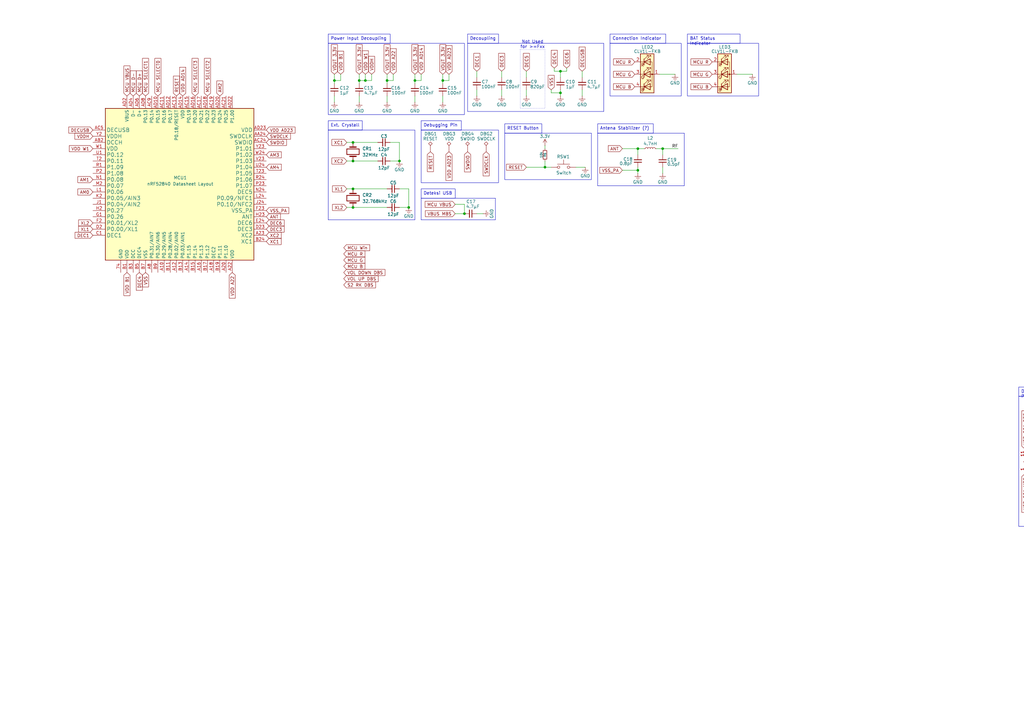
<source format=kicad_sch>
(kicad_sch (version 20231120) (generator "eeschema") (generator_version "8.0")
  (paper "A3")
  (title_block (title "Mainboard") (date "2024-12-19") (rev "v1"))
  (junction (at 229.87 38.1))
  (junction (at 501.65 180.34))
  (junction (at 137.16 33.02))
  (junction (at 570.23 60.96))
  (junction (at 570.23 58.42))
  (junction (at 665.48 208.28))
  (junction (at 502.92 246.38))
  (junction (at 468.63 179.07))
  (junction (at 461.01 179.07))
  (junction (at 223.52 68.58))
  (junction (at 144.78 58.42))
  (junction (at 163.83 66.04))
  (junction (at 261.62 60.96))
  (junction (at 619.76 55.88))
  (junction (at 670.56 43.18))
  (junction (at 520.7 63.5))
  (junction (at 486.41 180.34))
  (junction (at 190.5 87.63))
  (junction (at 535.94 116.84))
  (junction (at 570.23 55.88))
  (junction (at 144.78 77.47))
  (junction (at 478.79 180.34))
  (junction (at 527.05 116.84))
  (junction (at 149.86 33.02))
  (junction (at 494.03 180.34))
  (junction (at 144.78 66.04))
  (junction (at 229.87 29.21))
  (junction (at 645.16 229.87))
  (junction (at 660.4 208.28))
  (junction (at 670.56 40.64))
  (junction (at 626.11 208.28))
  (junction (at 147.32 33.02))
  (junction (at 665.48 246.38))
  (junction (at 453.39 179.07))
  (junction (at 158.75 33.02))
  (junction (at 660.4 229.87))
  (junction (at 619.76 58.42))
  (junction (at 170.18 33.02))
  (junction (at 261.62 69.85))
  (junction (at 670.56 63.5))
  (junction (at 670.56 45.72))
  (junction (at 629.92 208.28))
  (junction (at 144.78 85.09))
  (junction (at 271.78 60.96))
  (junction (at 167.64 85.09))
  (junction (at 181.61 33.02))
  (junction (at 626.11 213.36))
  (junction (at 495.3 246.38))
  (wire (pts (xy 223.52 68.58) (xy 226.06 68.58)))
  (wire (pts (xy 232.41 29.21) (xy 232.41 27.94)))
  (wire (pts (xy 184.15 33.02) (xy 181.61 33.02)))
  (wire (pts (xy 633.73 215.9) (xy 629.92 215.9)))
  (wire (pts (xy 501.65 179.07) (xy 501.65 180.34)))
  (wire (pts (xy 657.86 63.5) (xy 670.56 63.5)))
  (wire (pts (xy 172.72 30.48) (xy 172.72 33.02)))
  (wire (pts (xy 657.86 251.46) (xy 657.86 252.73)))
  (wire (pts (xy 161.29 33.02) (xy 158.75 33.02)))
  (wire (pts (xy 670.56 63.5) (xy 670.56 76.2)))
  (wire (pts (xy 227.33 29.21) (xy 227.33 27.94)))
  (wire (pts (xy 261.62 60.96) (xy 264.16 60.96)))
  (wire (pts (xy 505.46 96.52) (xy 509.27 96.52)))
  (wire (pts (xy 190.5 87.63) (xy 190.5 83.82)))
  (wire (pts (xy 215.9 29.21) (xy 215.9 31.75)))
  (wire (pts (xy 535.94 116.84) (xy 551.18 116.84)))
  (wire (pts (xy 627.38 251.46) (xy 635 251.46)))
  (wire (pts (xy 521.97 116.84) (xy 527.05 116.84)))
  (wire (pts (xy 455.93 179.07) (xy 453.39 179.07)))
  (wire (pts (xy 158.75 41.91) (xy 158.75 39.37)))
  (wire (pts (xy 558.8 55.88) (xy 570.23 55.88)))
  (wire (pts (xy 453.39 179.07) (xy 453.39 180.34)))
  (wire (pts (xy 463.55 179.07) (xy 461.01 179.07)))
  (wire (pts (xy 665.48 246.38) (xy 655.32 246.38)))
  (wire (pts (xy 660.4 215.9) (xy 648.97 215.9)))
  (wire (pts (xy 638.81 229.87) (xy 645.16 229.87)))
  (wire (pts (xy 142.24 77.47) (xy 144.78 77.47)))
  (wire (pts (xy 495.3 252.73) (xy 495.3 255.27)))
  (wire (pts (xy 501.65 186.69) (xy 501.65 189.23)))
  (wire (pts (xy 137.16 39.37) (xy 137.16 41.91)))
  (wire (pts (xy 144.78 58.42) (xy 154.94 58.42)))
  (wire (pts (xy 463.55 177.8) (xy 463.55 179.07)))
  (wire (pts (xy 670.56 43.18) (xy 670.56 45.72)))
  (wire (pts (xy 142.24 85.09) (xy 144.78 85.09)))
  (wire (pts (xy 195.58 29.21) (xy 195.58 31.75)))
  (wire (pts (xy 477.52 274.32) (xy 480.06 274.32)))
  (wire (pts (xy 608.33 55.88) (xy 619.76 55.88)))
  (wire (pts (xy 167.64 77.47) (xy 167.64 85.09)))
  (wire (pts (xy 504.19 180.34) (xy 501.65 180.34)))
  (wire (pts (xy 494.03 180.34) (xy 494.03 181.61)))
  (wire (pts (xy 229.87 29.21) (xy 232.41 29.21)))
  (wire (pts (xy 558.8 60.96) (xy 570.23 60.96)))
  (wire (pts (xy 632.46 242.57) (xy 632.46 246.38)))
  (wire (pts (xy 660.4 237.49) (xy 660.4 236.22)))
  (wire (pts (xy 163.83 77.47) (xy 167.64 77.47)))
  (wire (pts (xy 190.5 83.82) (xy 186.69 83.82)))
  (wire (pts (xy 181.61 41.91) (xy 181.61 39.37)))
  (wire (pts (xy 505.46 245.11) (xy 505.46 246.38)))
  (wire (pts (xy 494.03 186.69) (xy 494.03 189.23)))
  (wire (pts (xy 238.76 29.21) (xy 238.76 31.75)))
  (wire (pts (xy 670.56 40.64) (xy 670.56 43.18)))
  (wire (pts (xy 170.18 30.48) (xy 170.18 33.02)))
  (wire (pts (xy 205.74 39.37) (xy 205.74 36.83)))
  (wire (pts (xy 172.72 33.02) (xy 170.18 33.02)))
  (wire (pts (xy 261.62 69.85) (xy 261.62 68.58)))
  (wire (pts (xy 147.32 41.91) (xy 147.32 39.37)))
  (wire (pts (xy 627.38 242.57) (xy 627.38 251.46)))
  (wire (pts (xy 255.27 60.96) (xy 261.62 60.96)))
  (wire (pts (xy 505.46 99.06) (xy 505.46 100.33)))
  (wire (pts (xy 149.86 33.02) (xy 147.32 33.02)))
  (wire (pts (xy 656.59 208.28) (xy 660.4 208.28)))
  (wire (pts (xy 513.08 116.84) (xy 516.89 116.84)))
  (wire (pts (xy 648.97 208.28) (xy 651.51 208.28)))
  (wire (pts (xy 144.78 85.09) (xy 158.75 85.09)))
  (wire (pts (xy 495.3 246.38) (xy 495.3 247.65)))
  (wire (pts (xy 481.33 180.34) (xy 478.79 180.34)))
  (wire (pts (xy 142.24 66.04) (xy 144.78 66.04)))
  (wire (pts (xy 558.8 38.1) (xy 570.23 38.1)))
  (wire (pts (xy 502.92 245.11) (xy 502.92 246.38)))
  (wire (pts (xy 152.4 30.48) (xy 152.4 33.02)))
  (wire (pts (xy 255.27 69.85) (xy 261.62 69.85)))
  (wire (pts (xy 504.19 179.07) (xy 504.19 180.34)))
  (wire (pts (xy 160.02 58.42) (xy 163.83 58.42)))
  (wire (pts (xy 629.92 208.28) (xy 633.73 208.28)))
  (wire (pts (xy 226.06 36.83) (xy 226.06 38.1)))
  (wire (pts (xy 276.86 30.48) (xy 270.51 30.48)))
  (wire (pts (xy 142.24 58.42) (xy 144.78 58.42)))
  (wire (pts (xy 195.58 39.37) (xy 195.58 36.83)))
  (wire (pts (xy 660.4 208.28) (xy 660.4 215.9)))
  (wire (pts (xy 527.05 116.84) (xy 535.94 116.84)))
  (wire (pts (xy 486.41 180.34) (xy 486.41 181.61)))
  (wire (pts (xy 509.27 40.64) (xy 520.7 40.64)))
  (wire (pts (xy 478.79 186.69) (xy 478.79 189.23)))
  (wire (pts (xy 632.46 246.38) (xy 635 246.38)))
  (wire (pts (xy 468.63 185.42) (xy 468.63 187.96)))
  (wire (pts (xy 461.01 185.42) (xy 461.01 187.96)))
  (wire (pts (xy 160.02 66.04) (xy 163.83 66.04)))
  (wire (pts (xy 671.83 229.87) (xy 660.4 229.87)))
  (wire (pts (xy 161.29 30.48) (xy 161.29 33.02)))
  (wire (pts (xy 629.92 215.9) (xy 629.92 208.28)))
  (wire (pts (xy 271.78 71.12) (xy 271.78 68.58)))
  (wire (pts (xy 505.46 99.06) (xy 509.27 99.06)))
  (wire (pts (xy 626.11 208.28) (xy 629.92 208.28)))
  (wire (pts (xy 645.16 229.87) (xy 645.16 241.3)))
  (wire (pts (xy 184.15 30.48) (xy 184.15 33.02)))
  (wire (pts (xy 486.41 186.69) (xy 486.41 189.23)))
  (wire (pts (xy 645.16 259.08) (xy 645.16 256.54)))
  (wire (pts (xy 570.23 55.88) (xy 570.23 58.42)))
  (wire (pts (xy 271.78 60.96) (xy 269.24 60.96)))
  (wire (pts (xy 181.61 30.48) (xy 181.61 33.02)))
  (wire (pts (xy 614.68 215.9) (xy 617.22 215.9)))
  (wire (pts (xy 570.23 38.1) (xy 570.23 55.88)))
  (wire (pts (xy 660.4 208.28) (xy 665.48 208.28)))
  (wire (pts (xy 665.48 255.27) (xy 665.48 254)))
  (wire (pts (xy 570.23 58.42) (xy 570.23 60.96)))
  (wire (pts (xy 497.84 246.38) (xy 495.3 246.38)))
  (wire (pts (xy 622.3 208.28) (xy 626.11 208.28)))
  (wire (pts (xy 223.52 68.58) (xy 215.9 68.58)))
  (wire (pts (xy 481.33 179.07) (xy 481.33 180.34)))
  (wire (pts (xy 471.17 177.8) (xy 471.17 179.07)))
  (wire (pts (xy 608.33 38.1) (xy 619.76 38.1)))
  (wire (pts (xy 198.12 87.63) (xy 195.58 87.63)))
  (wire (pts (xy 261.62 63.5) (xy 261.62 60.96)))
  (wire (pts (xy 671.83 246.38) (xy 665.48 246.38)))
  (wire (pts (xy 627.38 229.87) (xy 627.38 232.41)))
  (wire (pts (xy 633.73 229.87) (xy 627.38 229.87)))
  (wire (pts (xy 468.63 177.8) (xy 468.63 179.07)))
  (wire (pts (xy 660.4 231.14) (xy 660.4 229.87)))
  (wire (pts (xy 496.57 180.34) (xy 494.03 180.34)))
  (wire (pts (xy 271.78 60.96) (xy 278.13 60.96)))
  (wire (pts (xy 139.7 33.02) (xy 137.16 33.02)))
  (wire (pts (xy 181.61 33.02) (xy 181.61 34.29)))
  (wire (pts (xy 261.62 71.12) (xy 261.62 69.85)))
  (wire (pts (xy 158.75 30.48) (xy 158.75 33.02)))
  (wire (pts (xy 657.86 45.72) (xy 670.56 45.72)))
  (wire (pts (xy 238.76 39.37) (xy 238.76 36.83)))
  (wire (pts (xy 170.18 33.02) (xy 170.18 34.29)))
  (wire (pts (xy 502.92 252.73) (xy 502.92 255.27)))
  (wire (pts (xy 494.03 179.07) (xy 494.03 180.34)))
  (wire (pts (xy 478.79 180.34) (xy 478.79 181.61)))
  (wire (pts (xy 147.32 33.02) (xy 147.32 34.29)))
  (wire (pts (xy 308.61 30.48) (xy 302.26 30.48)))
  (wire (pts (xy 144.78 77.47) (xy 158.75 77.47)))
  (wire (pts (xy 486.41 179.07) (xy 486.41 180.34)))
  (wire (pts (xy 240.03 68.58) (xy 236.22 68.58)))
  (wire (pts (xy 144.78 66.04) (xy 154.94 66.04)))
  (wire (pts (xy 558.8 58.42) (xy 570.23 58.42)))
  (wire (pts (xy 660.4 229.87) (xy 645.16 229.87)))
  (wire (pts (xy 520.7 40.64) (xy 520.7 63.5)))
  (wire (pts (xy 633.73 212.09) (xy 633.73 213.36)))
  (wire (pts (xy 619.76 58.42) (xy 619.76 76.2)))
  (wire (pts (xy 149.86 33.02) (xy 152.4 33.02)))
  (wire (pts (xy 147.32 30.48) (xy 147.32 33.02)))
  (wire (pts (xy 226.06 38.1) (xy 229.87 38.1)))
  (wire (pts (xy 505.46 246.38) (xy 502.92 246.38)))
  (wire (pts (xy 453.39 185.42) (xy 453.39 187.96)))
  (wire (pts (xy 149.86 30.48) (xy 149.86 33.02)))
  (wire (pts (xy 665.48 213.36) (xy 665.48 215.9)))
  (wire (pts (xy 229.87 29.21) (xy 229.87 31.75)))
  (wire (pts (xy 229.87 39.37) (xy 229.87 38.1)))
  (wire (pts (xy 670.56 38.1) (xy 670.56 40.64)))
  (wire (pts (xy 488.95 179.07) (xy 488.95 180.34)))
  (wire (pts (xy 626.11 213.36) (xy 633.73 213.36)))
  (wire (pts (xy 478.79 179.07) (xy 478.79 180.34)))
  (wire (pts (xy 139.7 30.48) (xy 139.7 33.02)))
  (wire (pts (xy 509.27 63.5) (xy 520.7 63.5)))
  (wire (pts (xy 497.84 245.11) (xy 497.84 246.38)))
  (wire (pts (xy 480.06 274.32) (xy 480.06 259.08)))
  (wire (pts (xy 495.3 245.11) (xy 495.3 246.38)))
  (wire (pts (xy 461.01 177.8) (xy 461.01 179.07)))
  (wire (pts (xy 608.33 58.42) (xy 619.76 58.42)))
  (wire (pts (xy 670.56 45.72) (xy 670.56 63.5)))
  (wire (pts (xy 657.86 43.18) (xy 670.56 43.18)))
  (wire (pts (xy 137.16 30.48) (xy 137.16 33.02)))
  (wire (pts (xy 496.57 179.07) (xy 496.57 180.34)))
  (wire (pts (xy 271.78 63.5) (xy 271.78 60.96)))
  (wire (pts (xy 665.48 248.92) (xy 665.48 246.38)))
  (wire (pts (xy 163.83 85.09) (xy 167.64 85.09)))
  (wire (pts (xy 501.65 180.34) (xy 501.65 181.61)))
  (wire (pts (xy 461.01 179.07) (xy 461.01 180.34)))
  (wire (pts (xy 137.16 33.02) (xy 137.16 34.29)))
  (wire (pts (xy 488.95 180.34) (xy 486.41 180.34)))
  (wire (pts (xy 170.18 41.91) (xy 170.18 39.37)))
  (wire (pts (xy 626.11 213.36) (xy 626.11 215.9)))
  (wire (pts (xy 619.76 38.1) (xy 619.76 55.88)))
  (wire (pts (xy 229.87 38.1) (xy 229.87 36.83)))
  (wire (pts (xy 657.86 259.08) (xy 657.86 257.81)))
  (wire (pts (xy 163.83 58.42) (xy 163.83 66.04)))
  (wire (pts (xy 502.92 246.38) (xy 502.92 247.65)))
  (wire (pts (xy 223.52 59.69) (xy 223.52 60.96)))
  (wire (pts (xy 215.9 39.37) (xy 215.9 36.83)))
  (wire (pts (xy 186.69 87.63) (xy 190.5 87.63)))
  (wire (pts (xy 453.39 177.8) (xy 453.39 179.07)))
  (wire (pts (xy 223.52 66.04) (xy 223.52 68.58)))
  (wire (pts (xy 455.93 177.8) (xy 455.93 179.07)))
  (wire (pts (xy 657.86 38.1) (xy 670.56 38.1)))
  (wire (pts (xy 655.32 251.46) (xy 657.86 251.46)))
  (wire (pts (xy 619.76 55.88) (xy 619.76 58.42)))
  (wire (pts (xy 468.63 179.07) (xy 468.63 180.34)))
  (wire (pts (xy 657.86 40.64) (xy 670.56 40.64)))
  (wire (pts (xy 205.74 29.21) (xy 205.74 31.75)))
  (wire (pts (xy 227.33 29.21) (xy 229.87 29.21)))
  (wire (pts (xy 471.17 179.07) (xy 468.63 179.07)))
  (wire (pts (xy 570.23 60.96) (xy 570.23 76.2)))
  (wire (pts (xy 158.75 33.02) (xy 158.75 34.29)))
  (wire (pts (xy 520.7 63.5) (xy 520.7 76.2)))
  (rectangle (start 245.11 54.61) (end 280.67 76.2))
  (rectangle (start 207.01 54.61) (end 242.57 73.66))
  (rectangle (start 492.76 226.06) (end 508 261.62))
  (rectangle (start 469.9 226.06) (end 490.22 292.1))
  (rectangle (start 450.85 162.56) (end 473.71 194.31))
  (rectangle (start 607.06 196.85) (end 673.1 220.98))
  (rectangle (start 281.94 17.78) (end 311.15 39.37))
  (rectangle (start 499.11 113.03) (end 580.39 148.59))
  (rectangle (start 172.72 53.34) (end 204.47 74.93))
  (rectangle (start 172.72 81.28) (end 203.2 90.17))
  (rectangle (start 422.91 16.51) (end 673.1 82.55))
  (rectangle (start 417.83 162.56) (end 448.31 215.9))
  (rectangle (start 607.06 227.33) (end 680.72 264.16))
  (rectangle (start 250.19 17.78) (end 279.4 39.37))
  (rectangle (start 213.36 20.32) (end 223.52 44.45) (stroke (width 0) (type dot)))
  (rectangle (start 134.62 53.34) (end 170.18 90.17))
  (rectangle (start 499.11 88.9) (end 529.59 106.68))
  (rectangle (start 134.62 17.78) (end 190.5 46.99))
  (rectangle (start 476.25 162.56) (end 506.73 195.58))
  (rectangle (start 191.77 17.78) (end 247.65 45.72))
  (text_box "Antena Stabilizer (?)" (at 245.11 50.8 0) (size 22.86 3.81) (effects (font (size 1.27 1.27)) (justify left top)))
  (text_box "IC Charger" (at 607.06 223.52 0) (size 12.7 3.81) (effects (font (size 1.27 1.27)) (justify left top)))
  (text_box "DB1-MB Pin" (at 469.9 222.25 0) (size 13.97 3.81) (effects (font (size 1.27 1.27)) (justify left top)))
  (text_box "Multiplexer" (at 422.91 12.7 0) (size 12.7 3.81) (effects (font (size 1.27 1.27)) (justify left top)))
  (text_box "BAT Status Indicator" (at 281.94 13.97 0) (size 21.59 3.81) (effects (font (size 1.27 1.27)) (justify left top)))
  (text_box "Connection Indicator" (at 250.19 13.97 0) (size 22.86 3.81) (effects (font (size 1.27 1.27)) (justify left top)))
  (text_box "ESD Protection" (at 499.11 109.22 0) (size 16.51 3.81) (effects (font (size 1.27 1.27)) (justify left top)))
  (text_box "RESET Button" (at 207.01 50.8 0) (size 15.24 3.81) (effects (font (size 1.27 1.27)) (justify left top)))
  (text_box "Debugging Pin" (at 172.72 49.53 0) (size 16.51 3.81) (effects (font (size 1.27 1.27)) (justify left top)))
  (text_box "Ext. Crystall" (at 134.62 49.53 0) (size 13.97 3.81) (effects (font (size 1.27 1.27)) (justify left top)))
  (text_box "Li-Po BAT Connection" (at 499.11 85.09 0) (size 24.13 3.81) (effects (font (size 1.27 1.27)) (justify left top)))
  (text_box "Decoupling" (at 191.77 13.97 0) (size 12.7 3.81) (effects (font (size 1.27 1.27)) (justify left top)))
  (text_box "Power Input Decoupling" (at 134.62 13.97 0) (size 25.4 3.81) (effects (font (size 1.27 1.27)) (justify left top)))
  (text_box "Volume p-u R" (at 492.76 222.25 0) (size 15.24 3.81) (effects (font (size 1.143 1.143)) (justify left top)))
  (text_box "Power Regulator" (at 607.06 193.04 0) (size 17.78 3.81) (effects (font (size 1.27 1.27)) (justify left top)))
  (text_box "Deteksi USB" (at 172.72 77.47 0) (size 13.97 3.81) (effects (font (size 1.27 1.27)) (justify left top)))
  (text_box "Mode and OS p-u R" (at 450.85 158.75 0) (size 22.86 3.81) (effects (font (size 1.27 1.27)) (justify left top)))
  (text_box "DB0-MB Pin" (at 417.83 158.75 0) (size 13.97 3.81) (effects (font (size 1.27 1.27)) (justify left top)))
  (text_box "S0, S1, S2, S3 p-u R" (at 476.25 158.75 0) (size 24.13 3.81) (effects (font (size 1.27 1.27)) (justify left top)))
  (text "Not Used\nfor >=Fxx" (at 218.44 18.288 0) (effects (font (size 1.27 1.27))))
  (label "RF" (at 278.13 60.96 180))
  (global_label "USB D+ MBS" (shape input) (at 538.48 129.54 180) (property "Intersheetrefs" "${INTERSHEET_REFS}" (effects (hide yes))))
  (global_label "AM2:7" (shape input) (at 558.8 48.26 0) (property "Intersheetrefs" "${INTERSHEET_REFS}" (effects (hide yes))))
  (global_label "USB D- DBS" (shape input) (at 422.91 184.15 90) (property "Intersheetrefs" "${INTERSHEET_REFS}" (effects (hide yes))))
  (global_label "VBUS MBS" (shape input) (at 186.69 87.63 180) (property "Intersheetrefs" "${INTERSHEET_REFS}" (effects (hide yes))))
  (global_label "AM3" (shape input) (at 582.93 35.56 180) (property "Intersheetrefs" "${INTERSHEET_REFS}" (effects (hide yes))))
  (global_label "DEC1" (shape input) (at 195.58 29.21 90) (property "Intersheetrefs" "${INTERSHEET_REFS}" (effects (hide yes))))
  (global_label "AM3:5" (shape input) (at 608.33 43.18 0) (property "Intersheetrefs" "${INTERSHEET_REFS}" (effects (hide yes))))
  (global_label "AM2:14" (shape input) (at 558.8 66.04 0) (property "Intersheetrefs" "${INTERSHEET_REFS}" (effects (hide yes))))
  (global_label "AM1:8" (shape input) (at 509.27 50.8 0) (property "Intersheetrefs" "${INTERSHEET_REFS}" (effects (hide yes))))
  (global_label "XL2" (shape input) (at 38.1 91.44 180) (property "Intersheetrefs" "${INTERSHEET_REFS}" (effects (hide yes))))
  (global_label "VOUT 3.3V" (shape input) (at 181.61 30.48 90) (property "Intersheetrefs" "${INTERSHEET_REFS}" (effects (hide yes))))
  (global_label "AM0:1" (shape input) (at 459.74 33.02 0) (property "Intersheetrefs" "${INTERSHEET_REFS}" (effects (hide yes))))
  (global_label "COM RK DBS" (shape input) (at 480.06 248.92 90) (property "Intersheetrefs" "${INTERSHEET_REFS}" (effects (hide yes))))
  (global_label "VOL UP MBS" (shape input) (at 502.92 245.11 90) (property "Intersheetrefs" "${INTERSHEET_REFS}" (effects (hide yes))))
  (global_label "VOL UP MBS" (shape input) (at 474.98 259.08 270) (property "Intersheetrefs" "${INTERSHEET_REFS}" (effects (hide yes))))
  (global_label "VBUS" (shape input) (at 614.68 215.9 180) (property "Intersheetrefs" "${INTERSHEET_REFS}" (effects (hide yes))))
  (global_label "AM3:9" (shape input) (at 608.33 53.34 0) (property "Intersheetrefs" "${INTERSHEET_REFS}" (effects (hide yes))))
  (global_label "AM0" (shape input) (at 38.1 78.74 180) (property "Intersheetrefs" "${INTERSHEET_REFS}" (effects (hide yes))))
  (global_label "RESET" (shape input) (at 72.39 39.37 90) (property "Intersheetrefs" "${INTERSHEET_REFS}" (effects (hide yes))))
  (global_label "MCU VBUS" (shape input) (at 186.69 83.82 180) (property "Intersheetrefs" "${INTERSHEET_REFS}" (effects (hide yes))))
  (global_label "VOL DOWN DBS" (shape input) (at 485.14 248.92 90) (property "Intersheetrefs" "${INTERSHEET_REFS}" (effects (hide yes))))
  (global_label "AM3:13" (shape input) (at 608.33 63.5 0) (property "Intersheetrefs" "${INTERSHEET_REFS}" (effects (hide yes))))
  (global_label "MCU SELECT1" (shape input) (at 488.95 179.07 90) (property "Intersheetrefs" "${INTERSHEET_REFS}" (effects (hide yes))))
  (global_label "SWDCLK" (shape input) (at 199.39 62.23 270) (property "Intersheetrefs" "${INTERSHEET_REFS}" (effects (hide yes))))
  (global_label "AM4:12" (shape input) (at 657.86 60.96 0) (property "Intersheetrefs" "${INTERSHEET_REFS}" (effects (hide yes))))
  (global_label "MCU SELECT2" (shape input) (at 496.57 179.07 90) (property "Intersheetrefs" "${INTERSHEET_REFS}" (effects (hide yes))))
  (global_label "VDD AD14" (shape input) (at 172.72 30.48 90) (property "Intersheetrefs" "${INTERSHEET_REFS}" (effects (hide yes))))
  (global_label "BAT" (shape input) (at 617.22 200.66 180) (property "Intersheetrefs" "${INTERSHEET_REFS}" (effects (hide yes))))
  (global_label "BT MBS" (shape input) (at 440.69 194.31 270) (property "Intersheetrefs" "${INTERSHEET_REFS}" (effects (hide yes))))
  (global_label "MCU Win" (shape input) (at 471.17 177.8 90) (property "Intersheetrefs" "${INTERSHEET_REFS}" (effects (hide yes))))
  (global_label "AM1:2" (shape input) (at 509.27 35.56 0) (property "Intersheetrefs" "${INTERSHEET_REFS}" (effects (hide yes))))
  (global_label "S2 RK MBS" (shape input) (at 477.52 259.08 270) (property "Intersheetrefs" "${INTERSHEET_REFS}" (effects (hide yes))))
  (global_label "AM4:8" (shape input) (at 657.86 50.8 0) (property "Intersheetrefs" "${INTERSHEET_REFS}" (effects (hide yes))))
  (global_label "AM1:7" (shape input) (at 509.27 48.26 0) (property "Intersheetrefs" "${INTERSHEET_REFS}" (effects (hide yes))))
  (global_label "VOUT 3.3V" (shape input) (at 158.75 30.48 90) (property "Intersheetrefs" "${INTERSHEET_REFS}" (effects (hide yes))))
  (global_label "VDD W1" (shape input) (at 149.86 30.48 90) (property "Intersheetrefs" "${INTERSHEET_REFS}" (effects (hide yes))))
  (global_label "USB CC2 MBS" (shape input) (at 542.29 297.18 180) (property "Intersheetrefs" "${INTERSHEET_REFS}" (effects (hide yes))))
  (global_label "DEC3" (shape input) (at 109.22 93.98 0) (property "Intersheetrefs" "${INTERSHEET_REFS}" (effects (hide yes))))
  (global_label "AM2:15" (shape input) (at 558.8 68.58 0) (property "Intersheetrefs" "${INTERSHEET_REFS}" (effects (hide yes))))
  (global_label "AM1:0" (shape input) (at 509.27 30.48 0) (property "Intersheetrefs" "${INTERSHEET_REFS}" (effects (hide yes))))
  (global_label "RESET" (shape input) (at 176.53 62.23 270) (property "Intersheetrefs" "${INTERSHEET_REFS}" (effects (hide yes))))
  (global_label "XL1" (shape input) (at 38.1 93.98 180) (property "Intersheetrefs" "${INTERSHEET_REFS}" (effects (hide yes))))
  (global_label "USB CC1 DBS" (shape input) (at 420.37 184.15 90) (property "Intersheetrefs" "${INTERSHEET_REFS}" (effects (hide yes))))
  (global_label "MCU R" (shape input) (at 292.1 25.4 180) (property "Intersheetrefs" "${INTERSHEET_REFS}" (effects (hide yes))))
  (global_label "VDD A22" (shape input) (at 161.29 30.48 90) (property "Intersheetrefs" "${INTERSHEET_REFS}" (effects (hide yes))))
  (global_label "MCU 2.4GHz" (shape input) (at 455.93 177.8 90) (property "Intersheetrefs" "${INTERSHEET_REFS}" (effects (hide yes))))
  (global_label "ANT" (shape input) (at 255.27 60.96 180) (property "Intersheetrefs" "${INTERSHEET_REFS}" (effects (hide yes))))
  (global_label "XC2" (shape input) (at 142.24 66.04 180) (property "Intersheetrefs" "${INTERSHEET_REFS}" (effects (hide yes))))
  (global_label "COM Mode DBS" (shape input) (at 443.23 184.15 90) (property "Intersheetrefs" "${INTERSHEET_REFS}" (effects (hide yes))))
  (global_label "AM4" (shape input) (at 109.22 68.58 0) (property "Intersheetrefs" "${INTERSHEET_REFS}" (effects (hide yes))))
  (global_label "AM1:11" (shape input) (at 509.27 58.42 0) (property "Intersheetrefs" "${INTERSHEET_REFS}" (effects (hide yes))))
  (global_label "AM3" (shape input) (at 109.22 63.5 0) (property "Intersheetrefs" "${INTERSHEET_REFS}" (effects (hide yes))))
  (global_label "AM3:4" (shape input) (at 608.33 40.64 0) (property "Intersheetrefs" "${INTERSHEET_REFS}" (effects (hide yes))))
  (global_label "USB D+ DBS" (shape input) (at 425.45 184.15 90) (property "Intersheetrefs" "${INTERSHEET_REFS}" (effects (hide yes))))
  (global_label "BAT" (shape input) (at 671.83 246.38 0) (property "Intersheetrefs" "${INTERSHEET_REFS}" (effects (hide yes))))
  (global_label "AM1:6" (shape input) (at 509.27 45.72 0) (property "Intersheetrefs" "${INTERSHEET_REFS}" (effects (hide yes))))
  (global_label "AM4:10" (shape input) (at 657.86 55.88 0) (property "Intersheetrefs" "${INTERSHEET_REFS}" (effects (hide yes))))
  (global_label "MCU Win" (shape input) (at 140.97 101.6 0) (property "Intersheetrefs" "${INTERSHEET_REFS}" (effects (hide yes))))
  (global_label "USB D- MBS" (shape input) (at 563.88 129.54 0) (property "Intersheetrefs" "${INTERSHEET_REFS}" (effects (hide yes))))
  (global_label "AM2:9" (shape input) (at 558.8 53.34 0) (property "Intersheetrefs" "${INTERSHEET_REFS}" (effects (hide yes))))
  (global_label "SELECT2" (shape input) (at 582.93 50.8 180) (property "Intersheetrefs" "${INTERSHEET_REFS}" (effects (hide yes))))
  (global_label "DECUSB" (shape input) (at 38.1 53.34 180) (property "Intersheetrefs" "${INTERSHEET_REFS}" (effects (hide yes))))
  (global_label "S1 RK DBS" (shape input) (at 482.6 248.92 90) (property "Intersheetrefs" "${INTERSHEET_REFS}" (effects (hide yes))))
  (global_label "VDD B1" (shape input) (at 139.7 30.48 90) (property "Intersheetrefs" "${INTERSHEET_REFS}" (effects (hide yes))))
  (global_label "SWDIO" (shape input) (at 109.22 58.42 0) (property "Intersheetrefs" "${INTERSHEET_REFS}" (effects (hide yes))))
  (global_label "VBUS" (shape input) (at 671.83 229.87 0) (property "Intersheetrefs" "${INTERSHEET_REFS}" (effects (hide yes))))
  (global_label "AM0:5" (shape input) (at 459.74 43.18 0) (property "Intersheetrefs" "${INTERSHEET_REFS}" (effects (hide yes))))
  (global_label "AM0:6" (shape input) (at 459.74 45.72 0) (property "Intersheetrefs" "${INTERSHEET_REFS}" (effects (hide yes))))
  (global_label "AM4:2" (shape input) (at 657.86 35.56 0) (property "Intersheetrefs" "${INTERSHEET_REFS}" (effects (hide yes))))
  (global_label "VOUT 3.3V" (shape input) (at 438.15 194.31 270) (property "Intersheetrefs" "${INTERSHEET_REFS}" (effects (hide yes))))
  (global_label "AM1:1" (shape input) (at 509.27 33.02 0) (property "Intersheetrefs" "${INTERSHEET_REFS}" (effects (hide yes))))
  (global_label "ANT" (shape input) (at 109.22 88.9 0) (property "Intersheetrefs" "${INTERSHEET_REFS}" (effects (hide yes))))
  (global_label "AM4:9" (shape input) (at 657.86 53.34 0) (property "Intersheetrefs" "${INTERSHEET_REFS}" (effects (hide yes))))
  (global_label "AM0:12" (shape input) (at 459.74 60.96 0) (property "Intersheetrefs" "${INTERSHEET_REFS}" (effects (hide yes))))
  (global_label "AM1:9" (shape input) (at 509.27 53.34 0) (property "Intersheetrefs" "${INTERSHEET_REFS}" (effects (hide yes))))
  (global_label "Win MBS" (shape input) (at 435.61 194.31 270) (property "Intersheetrefs" "${INTERSHEET_REFS}" (effects (hide yes))))
  (global_label "AM1:14" (shape input) (at 509.27 66.04 0) (property "Intersheetrefs" "${INTERSHEET_REFS}" (effects (hide yes))))
  (global_label "VBUS MBS" (shape input) (at 542.29 292.1 180) (property "Intersheetrefs" "${INTERSHEET_REFS}" (effects (hide yes))))
  (global_label "SELECT1" (shape input) (at 486.41 179.07 90) (property "Intersheetrefs" "${INTERSHEET_REFS}" (effects (hide yes))))
  (global_label "VDD AD23" (shape input) (at 109.22 53.34 0) (property "Intersheetrefs" "${INTERSHEET_REFS}" (effects (hide yes))))
  (global_label "MCU VBUS" (shape input) (at 588.01 292.1 0) (property "Intersheetrefs" "${INTERSHEET_REFS}" (effects (hide yes))))
  (global_label "VOL DOWN DBS" (shape input) (at 140.97 111.76 0) (property "Intersheetrefs" "${INTERSHEET_REFS}" (effects (hide yes))))
  (global_label "VDD A22" (shape input) (at 95.25 111.76 270) (property "Intersheetrefs" "${INTERSHEET_REFS}" (effects (hide yes))))
  (global_label "Win DBS" (shape input) (at 435.61 184.15 90) (property "Intersheetrefs" "${INTERSHEET_REFS}" (effects (hide yes))))
  (global_label "AM3:8" (shape input) (at 608.33 50.8 0) (property "Intersheetrefs" "${INTERSHEET_REFS}" (effects (hide yes))))
  (global_label "AM1:3" (shape input) (at 509.27 38.1 0) (property "Intersheetrefs" "${INTERSHEET_REFS}" (effects (hide yes))))
  (global_label "AM4:0" (shape input) (at 657.86 30.48 0) (property "Intersheetrefs" "${INTERSHEET_REFS}" (effects (hide yes))))
  (global_label "MCU VOL UP" (shape input) (at 505.46 245.11 90) (property "Intersheetrefs" "${INTERSHEET_REFS}" (effects (hide yes))))
  (global_label "BAT" (shape input) (at 505.46 96.52 180) (property "Intersheetrefs" "${INTERSHEET_REFS}" (effects (hide yes))))
  (global_label "VDD B1" (shape input) (at 52.07 111.76 270) (property "Intersheetrefs" "${INTERSHEET_REFS}" (effects (hide yes))))
  (global_label "VOUT 3.3V" (shape input) (at 170.18 30.48 90) (property "Intersheetrefs" "${INTERSHEET_REFS}" (effects (hide yes))))
  (global_label "SELECT0" (shape input) (at 582.93 45.72 180) (property "Intersheetrefs" "${INTERSHEET_REFS}" (effects (hide yes))))
  (global_label "SWDIO" (shape input) (at 191.77 62.23 270) (property "Intersheetrefs" "${INTERSHEET_REFS}" (effects (hide yes))))
  (global_label "SELECT2" (shape input) (at 632.46 50.8 180) (property "Intersheetrefs" "${INTERSHEET_REFS}" (effects (hide yes))))
  (global_label "SELECT3" (shape input) (at 632.46 53.34 180) (property "Intersheetrefs" "${INTERSHEET_REFS}" (effects (hide yes))))
  (global_label "XC2" (shape input) (at 109.22 96.52 0) (property "Intersheetrefs" "${INTERSHEET_REFS}" (effects (hide yes))))
  (global_label "MCU R" (shape input) (at 140.97 104.14 0) (property "Intersheetrefs" "${INTERSHEET_REFS}" (effects (hide yes))))
  (global_label "SELECT0" (shape input) (at 434.34 45.72 180) (property "Intersheetrefs" "${INTERSHEET_REFS}" (effects (hide yes))))
  (global_label "VOUT 3.3V" (shape input) (at 588.01 347.98 0) (property "Intersheetrefs" "${INTERSHEET_REFS}" (effects (hide yes))))
  (global_label "XL2" (shape input) (at 142.24 85.09 180) (property "Intersheetrefs" "${INTERSHEET_REFS}" (effects (hide yes))))
  (global_label "AM2:0" (shape input) (at 558.8 30.48 0) (property "Intersheetrefs" "${INTERSHEET_REFS}" (effects (hide yes))))
  (global_label "MCU R" (shape input) (at 260.35 25.4 180) (property "Intersheetrefs" "${INTERSHEET_REFS}" (effects (hide yes))))
  (global_label "VDDH" (shape input) (at 152.4 30.48 90) (property "Intersheetrefs" "${INTERSHEET_REFS}" (effects (hide yes))))
  (global_label "AM2:2" (shape input) (at 558.8 35.56 0) (property "Intersheetrefs" "${INTERSHEET_REFS}" (effects (hide yes))))
  (global_label "SELECT0" (shape input) (at 533.4 45.72 180) (property "Intersheetrefs" "${INTERSHEET_REFS}" (effects (hide yes))))
  (global_label "AM1" (shape input) (at 38.1 73.66 180) (property "Intersheetrefs" "${INTERSHEET_REFS}" (effects (hide yes))))
  (global_label "AM2:8" (shape input) (at 558.8 50.8 0) (property "Intersheetrefs" "${INTERSHEET_REFS}" (effects (hide yes))))
  (global_label "AM4" (shape input) (at 632.46 35.56 180) (property "Intersheetrefs" "${INTERSHEET_REFS}" (effects (hide yes))))
  (global_label "MCU VBUS" (shape input) (at 52.07 39.37 90) (property "Intersheetrefs" "${INTERSHEET_REFS}" (effects (hide yes))))
  (global_label "VSS_PA" (shape input) (at 255.27 69.85 180) (property "Intersheetrefs" "${INTERSHEET_REFS}" (effects (hide yes))))
  (global_label "USB CC2 MBS" (shape input) (at 427.99 194.31 270) (property "Intersheetrefs" "${INTERSHEET_REFS}" (effects (hide yes))))
  (global_label "VOUT 3.3V" (shape input) (at 137.16 30.48 90) (property "Intersheetrefs" "${INTERSHEET_REFS}" (effects (hide yes))))
  (global_label "VBUS MBS" (shape input) (at 513.08 116.84 180) (property "Intersheetrefs" "${INTERSHEET_REFS}" (effects (hide yes))))
  (global_label "DEC1" (shape input) (at 38.1 96.52 180) (property "Intersheetrefs" "${INTERSHEET_REFS}" (effects (hide yes))))
  (global_label "AM2:1" (shape input) (at 558.8 33.02 0) (property "Intersheetrefs" "${INTERSHEET_REFS}" (effects (hide yes))))
  (global_label "VSS_PA" (shape input) (at 109.22 86.36 0) (property "Intersheetrefs" "${INTERSHEET_REFS}" (effects (hide yes))))
  (global_label "XL1" (shape input) (at 142.24 77.47 180) (property "Intersheetrefs" "${INTERSHEET_REFS}" (effects (hide yes))))
  (global_label "AM3:14" (shape input) (at 608.33 66.04 0) (property "Intersheetrefs" "${INTERSHEET_REFS}" (effects (hide yes))))
  (global_label "DEC4" (shape input) (at 57.15 111.76 270) (property "Intersheetrefs" "${INTERSHEET_REFS}" (effects (hide yes))))
  (global_label "VDD AD23" (shape input) (at 184.15 62.23 270) (property "Intersheetrefs" "${INTERSHEET_REFS}" (effects (hide yes))))
  (global_label "AM0:10" (shape input) (at 459.74 55.88 0) (property "Intersheetrefs" "${INTERSHEET_REFS}" (effects (hide yes))))
  (global_label "AM0:0" (shape input) (at 459.74 30.48 0) (property "Intersheetrefs" "${INTERSHEET_REFS}" (effects (hide yes))))
  (global_label "2.4GHz MBS" (shape input) (at 445.77 194.31 270) (property "Intersheetrefs" "${INTERSHEET_REFS}" (effects (hide yes))))
  (global_label "AM0:2" (shape input) (at 459.74 35.56 0) (property "Intersheetrefs" "${INTERSHEET_REFS}" (effects (hide yes))))
  (global_label "MCU G" (shape input) (at 260.35 30.48 180) (property "Intersheetrefs" "${INTERSHEET_REFS}" (effects (hide yes))))
  (global_label "AM2:6" (shape input) (at 558.8 45.72 0) (property "Intersheetrefs" "${INTERSHEET_REFS}" (effects (hide yes))))
  (global_label "AM4:1" (shape input) (at 657.86 33.02 0) (property "Intersheetrefs" "${INTERSHEET_REFS}" (effects (hide yes))))
  (global_label "DEC5" (shape input) (at 215.9 29.21 90) (property "Intersheetrefs" "${INTERSHEET_REFS}" (effects (hide yes))))
  (global_label "2.4GHz MBS" (shape input) (at 453.39 177.8 90) (property "Intersheetrefs" "${INTERSHEET_REFS}" (effects (hide yes))))
  (global_label "AM2:5" (shape input) (at 558.8 43.18 0) (property "Intersheetrefs" "${INTERSHEET_REFS}" (effects (hide yes))))
  (global_label "BT MBS" (shape input) (at 461.01 177.8 90) (property "Intersheetrefs" "${INTERSHEET_REFS}" (effects (hide yes))))
  (global_label "SELECT1" (shape input) (at 533.4 48.26 180) (property "Intersheetrefs" "${INTERSHEET_REFS}" (effects (hide yes))))
  (global_label "AM3:2" (shape input) (at 608.33 35.56 0) (property "Intersheetrefs" "${INTERSHEET_REFS}" (effects (hide yes))))
  (global_label "XC1" (shape input) (at 142.24 58.42 180) (property "Intersheetrefs" "${INTERSHEET_REFS}" (effects (hide yes))))
  (global_label "USB D+ MBS" (shape input) (at 425.45 194.31 270) (property "Intersheetrefs" "${INTERSHEET_REFS}" (effects (hide yes))))
  (global_label "MCU B" (shape input) (at 140.97 109.22 0) (property "Intersheetrefs" "${INTERSHEET_REFS}" (effects (hide yes))))
  (global_label "SELECT3" (shape input) (at 434.34 53.34 180) (property "Intersheetrefs" "${INTERSHEET_REFS}" (effects (hide yes))))
  (global_label "AM0:7" (shape input) (at 459.74 48.26 0) (property "Intersheetrefs" "${INTERSHEET_REFS}" (effects (hide yes))))
  (global_label "USB CC1 MBS" (shape input) (at 420.37 194.31 270) (property "Intersheetrefs" "${INTERSHEET_REFS}" (effects (hide yes))))
  (global_label "SELECT1" (shape input) (at 582.93 48.26 180) (property "Intersheetrefs" "${INTERSHEET_REFS}" (effects (hide yes))))
  (global_label "AM0:11" (shape input) (at 459.74 58.42 0) (property "Intersheetrefs" "${INTERSHEET_REFS}" (effects (hide yes))))
  (global_label "SELECT3" (shape input) (at 483.87 53.34 180) (property "Intersheetrefs" "${INTERSHEET_REFS}" (effects (hide yes))))
  (global_label "SELECT2" (shape input) (at 434.34 50.8 180) (property "Intersheetrefs" "${INTERSHEET_REFS}" (effects (hide yes))))
  (global_label "Win MBS" (shape input) (at 468.63 177.8 90) (property "Intersheetrefs" "${INTERSHEET_REFS}" (effects (hide yes))))
  (global_label "MCU SELECT0" (shape input) (at 481.33 179.07 90) (property "Intersheetrefs" "${INTERSHEET_REFS}" (effects (hide yes))))
  (global_label "VOL DOWN MBS" (shape input) (at 485.14 259.08 270) (property "Intersheetrefs" "${INTERSHEET_REFS}" (effects (hide yes))))
  (global_label "COM OS DBS" (shape input) (at 438.15 184.15 90) (property "Intersheetrefs" "${INTERSHEET_REFS}" (effects (hide yes))))
  (global_label "VOUT 3.3V" (shape input) (at 443.23 194.31 270) (property "Intersheetrefs" "${INTERSHEET_REFS}" (effects (hide yes))))
  (global_label "DEC4" (shape input) (at 227.33 27.94 90) (property "Intersheetrefs" "${INTERSHEET_REFS}" (effects (hide yes))))
  (global_label "AM0:4" (shape input) (at 459.74 40.64 0) (property "Intersheetrefs" "${INTERSHEET_REFS}" (effects (hide yes))))
  (global_label "SELECT0" (shape input) (at 478.79 179.07 90) (property "Intersheetrefs" "${INTERSHEET_REFS}" (effects (hide yes))))
  (global_label "AM0:13" (shape input) (at 459.74 63.5 0) (property "Intersheetrefs" "${INTERSHEET_REFS}" (effects (hide yes))))
  (global_label "VOL UP DBS" (shape input) (at 140.97 114.3 0) (property "Intersheetrefs" "${INTERSHEET_REFS}" (effects (hide yes))))
  (global_label "VOUT 3.3V" (shape input) (at 147.32 30.48 90) (property "Intersheetrefs" "${INTERSHEET_REFS}" (effects (hide yes))))
  (global_label "SELECT2" (shape input) (at 533.4 50.8 180) (property "Intersheetrefs" "${INTERSHEET_REFS}" (effects (hide yes))))
  (global_label "BAT" (shape input) (at 542.29 314.96 180) (property "Intersheetrefs" "${INTERSHEET_REFS}" (effects (hide yes))))
  (global_label "MCU B" (shape input) (at 260.35 35.56 180) (property "Intersheetrefs" "${INTERSHEET_REFS}" (effects (hide yes))))
  (global_label "MCU G" (shape input) (at 140.97 106.68 0) (property "Intersheetrefs" "${INTERSHEET_REFS}" (effects (hide yes))))
  (global_label "DEC6" (shape input) (at 109.22 91.44 0) (property "Intersheetrefs" "${INTERSHEET_REFS}" (effects (hide yes))))
  (global_label "MCU SELECT0" (shape input) (at 64.77 39.37 90) (property "Intersheetrefs" "${INTERSHEET_REFS}" (effects (hide yes))))
  (global_label "XC1" (shape input) (at 109.22 99.06 0) (property "Intersheetrefs" "${INTERSHEET_REFS}" (effects (hide yes))))
  (global_label "VOL UP DBS" (shape input) (at 474.98 248.92 90) (property "Intersheetrefs" "${INTERSHEET_REFS}" (effects (hide yes))))
  (global_label "AM1:15" (shape input) (at 509.27 68.58 0) (property "Intersheetrefs" "${INTERSHEET_REFS}" (effects (hide yes))))
  (global_label "MCU VOL DOWN" (shape input) (at 497.84 245.11 90) (property "Intersheetrefs" "${INTERSHEET_REFS}" (effects (hide yes))))
  (global_label "VBUS MBS" (shape input) (at 430.53 194.31 270) (property "Intersheetrefs" "${INTERSHEET_REFS}" (effects (hide yes))))
  (global_label "SELECT1" (shape input) (at 434.34 48.26 180) (property "Intersheetrefs" "${INTERSHEET_REFS}" (effects (hide yes))))
  (global_label "AM0" (shape input) (at 434.34 35.56 180) (property "Intersheetrefs" "${INTERSHEET_REFS}" (effects (hide yes))))
  (global_label "SELECT2" (shape input) (at 483.87 50.8 180) (property "Intersheetrefs" "${INTERSHEET_REFS}" (effects (hide yes))))
  (global_label "AM3:7" (shape input) (at 608.33 48.26 0) (property "Intersheetrefs" "${INTERSHEET_REFS}" (effects (hide yes))))
  (global_label "SELECT2" (shape input) (at 494.03 179.07 90) (property "Intersheetrefs" "${INTERSHEET_REFS}" (effects (hide yes))))
  (global_label "MCU SELECT2" (shape input) (at 85.09 39.37 90) (property "Intersheetrefs" "${INTERSHEET_REFS}" (effects (hide yes))))
  (global_label "AM4:11" (shape input) (at 657.86 58.42 0) (property "Intersheetrefs" "${INTERSHEET_REFS}" (effects (hide yes))))
  (global_label "AM0:9" (shape input) (at 459.74 53.34 0) (property "Intersheetrefs" "${INTERSHEET_REFS}" (effects (hide yes))))
  (global_label "MCU D+" (shape input) (at 57.15 39.37 90) (property "Intersheetrefs" "${INTERSHEET_REFS}" (effects (hide yes))))
  (global_label "AM0:15" (shape input) (at 459.74 68.58 0) (property "Intersheetrefs" "${INTERSHEET_REFS}" (effects (hide yes))))
  (global_label "VOL DOWN MBS" (shape input) (at 495.3 245.11 90) (property "Intersheetrefs" "${INTERSHEET_REFS}" (effects (hide yes))))
  (global_label "BT MBS" (shape input) (at 542.29 340.36 180) (property "Intersheetrefs" "${INTERSHEET_REFS}" (effects (hide yes))))
  (global_label "AM0:14" (shape input) (at 459.74 66.04 0) (property "Intersheetrefs" "${INTERSHEET_REFS}" (effects (hide yes))))
  (global_label "AM0:8" (shape input) (at 459.74 50.8 0) (property "Intersheetrefs" "${INTERSHEET_REFS}" (effects (hide yes))))
  (global_label "AM1:5" (shape input) (at 509.27 43.18 0) (property "Intersheetrefs" "${INTERSHEET_REFS}" (effects (hide yes))))
  (global_label "SELECT3" (shape input) (at 501.65 179.07 90) (property "Intersheetrefs" "${INTERSHEET_REFS}" (effects (hide yes))))
  (global_label "NTC" (shape input) (at 542.29 317.5 180) (property "Intersheetrefs" "${INTERSHEET_REFS}" (effects (hide yes))))
  (global_label "AM3:1" (shape input) (at 608.33 33.02 0) (property "Intersheetrefs" "${INTERSHEET_REFS}" (effects (hide yes))))
  (global_label "AM1:10" (shape input) (at 509.27 55.88 0) (property "Intersheetrefs" "${INTERSHEET_REFS}" (effects (hide yes))))
  (global_label "MCU BT" (shape input) (at 463.55 177.8 90) (property "Intersheetrefs" "${INTERSHEET_REFS}" (effects (hide yes))))
  (global_label "MCU B" (shape input) (at 292.1 35.56 180) (property "Intersheetrefs" "${INTERSHEET_REFS}" (effects (hide yes))))
  (global_label "S2 RK DBS" (shape input) (at 477.52 248.92 90) (property "Intersheetrefs" "${INTERSHEET_REFS}" (effects (hide yes))))
  (global_label "SELECT3" (shape input) (at 533.4 53.34 180) (property "Intersheetrefs" "${INTERSHEET_REFS}" (effects (hide yes))))
  (global_label "VDD W1" (shape input) (at 38.1 60.96 180) (property "Intersheetrefs" "${INTERSHEET_REFS}" (effects (hide yes))))
  (global_label "MCU SELECT1" (shape input) (at 59.69 39.37 90) (property "Intersheetrefs" "${INTERSHEET_REFS}" (effects (hide yes))))
  (global_label "VBUS DBS" (shape input) (at 430.53 184.15 90) (property "Intersheetrefs" "${INTERSHEET_REFS}" (effects (hide yes))))
  (global_label "SELECT1" (shape input) (at 483.87 48.26 180) (property "Intersheetrefs" "${INTERSHEET_REFS}" (effects (hide yes))))
  (global_label "AM4:14" (shape input) (at 657.86 66.04 0) (property "Intersheetrefs" "${INTERSHEET_REFS}" (effects (hide yes))))
  (global_label "DEC6" (shape input) (at 232.41 27.94 90) (property "Intersheetrefs" "${INTERSHEET_REFS}" (effects (hide yes))))
  (global_label "BT DBS" (shape input) (at 440.69 184.15 90) (property "Intersheetrefs" "${INTERSHEET_REFS}" (effects (hide yes))))
  (global_label "AM3:0" (shape input) (at 608.33 30.48 0) (property "Intersheetrefs" "${INTERSHEET_REFS}" (effects (hide yes))))
  (global_label "USB CC2 DBS" (shape input) (at 427.99 184.15 90) (property "Intersheetrefs" "${INTERSHEET_REFS}" (effects (hide yes))))
  (global_label "2.4GHz MBS" (shape input) (at 542.29 342.9 180) (property "Intersheetrefs" "${INTERSHEET_REFS}" (effects (hide yes))))
  (global_label "GND" (shape input) (at 433.07 194.31 270) (property "Intersheetrefs" "${INTERSHEET_REFS}" (effects (hide yes))))
  (global_label "SELECT3" (shape input) (at 582.93 53.34 180) (property "Intersheetrefs" "${INTERSHEET_REFS}" (effects (hide yes))))
  (global_label "MCU D-" (shape input) (at 54.61 39.37 90) (property "Intersheetrefs" "${INTERSHEET_REFS}" (effects (hide yes))))
  (global_label "AM2" (shape input) (at 90.17 39.37 90) (property "Intersheetrefs" "${INTERSHEET_REFS}" (effects (hide yes))))
  (global_label "AM2:13" (shape input) (at 558.8 63.5 0) (property "Intersheetrefs" "${INTERSHEET_REFS}" (effects (hide yes))))
  (global_label "AM4:7" (shape input) (at 657.86 48.26 0) (property "Intersheetrefs" "${INTERSHEET_REFS}" (effects (hide yes))))
  (global_label "RESET" (shape input) (at 215.9 68.58 180) (property "Intersheetrefs" "${INTERSHEET_REFS}" (effects (hide yes))))
  (global_label "AM0:3" (shape input) (at 459.74 38.1 0) (property "Intersheetrefs" "${INTERSHEET_REFS}" (effects (hide yes))))
  (global_label "MCU G" (shape input) (at 292.1 30.48 180) (property "Intersheetrefs" "${INTERSHEET_REFS}" (effects (hide yes))))
  (global_label "VDD AD14" (shape input) (at 74.93 39.37 90) (property "Intersheetrefs" "${INTERSHEET_REFS}" (effects (hide yes))))
  (global_label "AM1:12" (shape input) (at 509.27 60.96 0) (property "Intersheetrefs" "${INTERSHEET_REFS}" (effects (hide yes))))
  (global_label "VOUT 3.3V" (shape input) (at 482.6 259.08 270) (property "Intersheetrefs" "${INTERSHEET_REFS}" (effects (hide yes))))
  (global_label "VDDH" (shape input) (at 38.1 55.88 180) (property "Intersheetrefs" "${INTERSHEET_REFS}" (effects (hide yes))))
  (global_label "SELECT0" (shape input) (at 632.46 45.72 180) (property "Intersheetrefs" "${INTERSHEET_REFS}" (effects (hide yes))))
  (global_label "USB D- MBS" (shape input) (at 422.91 194.31 270) (property "Intersheetrefs" "${INTERSHEET_REFS}" (effects (hide yes))))
  (global_label "DECUSB" (shape input) (at 238.76 29.21 90) (property "Intersheetrefs" "${INTERSHEET_REFS}" (effects (hide yes))))
  (global_label "2.4GHz DBS" (shape input) (at 445.77 184.15 90) (property "Intersheetrefs" "${INTERSHEET_REFS}" (effects (hide yes))))
  (global_label "VDD AD23" (shape input) (at 184.15 30.48 90) (property "Intersheetrefs" "${INTERSHEET_REFS}" (effects (hide yes))))
  (global_label "AM2:4" (shape input) (at 558.8 40.64 0) (property "Intersheetrefs" "${INTERSHEET_REFS}" (effects (hide yes))))
  (global_label "S2 RK DBS" (shape input) (at 140.97 116.84 0) (property "Intersheetrefs" "${INTERSHEET_REFS}" (effects (hide yes))))
  (global_label "USB CC1 MBS" (shape input) (at 542.29 294.64 180) (property "Intersheetrefs" "${INTERSHEET_REFS}" (effects (hide yes))))
  (global_label "VSS" (shape input) (at 226.06 36.83 90) (property "Intersheetrefs" "${INTERSHEET_REFS}" (effects (hide yes))))
  (global_label "AM1" (shape input) (at 483.87 35.56 180) (property "Intersheetrefs" "${INTERSHEET_REFS}" (effects (hide yes))))
  (global_label "AM3:6" (shape input) (at 608.33 45.72 0) (property "Intersheetrefs" "${INTERSHEET_REFS}" (effects (hide yes))))
  (global_label "AM2" (shape input) (at 533.4 35.56 180) (property "Intersheetrefs" "${INTERSHEET_REFS}" (effects (hide yes))))
  (global_label "AM3:12" (shape input) (at 608.33 60.96 0) (property "Intersheetrefs" "${INTERSHEET_REFS}" (effects (hide yes))))
  (global_label "SWDCLK" (shape input) (at 109.22 55.88 0) (property "Intersheetrefs" "${INTERSHEET_REFS}" (effects (hide yes))))
  (global_label "MCU SELECT3" (shape input) (at 504.19 179.07 90) (property "Intersheetrefs" "${INTERSHEET_REFS}" (effects (hide yes))))
  (global_label "SELECT0" (shape input) (at 483.87 45.72 180) (property "Intersheetrefs" "${INTERSHEET_REFS}" (effects (hide yes))))
  (global_label "AM3:15" (shape input) (at 608.33 68.58 0) (property "Intersheetrefs" "${INTERSHEET_REFS}" (effects (hide yes))))
  (global_label "SELECT1" (shape input) (at 632.46 48.26 180) (property "Intersheetrefs" "${INTERSHEET_REFS}" (effects (hide yes))))
  (global_label "DEC3" (shape input) (at 205.74 29.21 90) (property "Intersheetrefs" "${INTERSHEET_REFS}" (effects (hide yes))))
  (global_label "AM4:15" (shape input) (at 657.86 68.58 0) (property "Intersheetrefs" "${INTERSHEET_REFS}" (effects (hide yes))))
  (global_label "MCU SELECT3" (shape input) (at 80.01 39.37 90) (property "Intersheetrefs" "${INTERSHEET_REFS}" (effects (hide yes))))
  (global_label "VSS" (shape input) (at 59.69 111.76 270) (property "Intersheetrefs" "${INTERSHEET_REFS}" (effects (hide yes))))
  (global_label "GND" (shape input) (at 433.07 184.15 90) (property "Intersheetrefs" "${INTERSHEET_REFS}" (effects (hide yes))))
  (symbol (lib_id "Device:R_Small") (at 486.41 184.15 0) (mirror y) (unit 1)
    (property "Reference" "R4" (at 486.41 184.15 90) (effects (font (size 0.889 0.889))))
    (property "Value" "10k" (at 487.934 184.15 90) (effects (font (size 0.889 0.889))))
    (property "Footprint" "ScottoKeebs_Components:Resistor_0402" (effects (hide yes)))
    (property "Description" "Resistor, small symbol" (effects (hide yes)))
  )
  (symbol (lib_id "power:Earth") (at 447.04 76.2 0) (unit 1)
    (property "Reference" "#PWR016" (effects (hide yes)))
    (property "Value" "GND" (at 449.072 80.518 0) (effects (justify right)))
    (property "Description" "Power symbol creates a global label with name \"Earth\"" (effects (hide yes)))
  )
  (symbol (lib_id "Device:R_Small") (at 478.79 184.15 0) (mirror y) (unit 1)
    (property "Reference" "R3" (at 478.79 184.15 90) (effects (font (size 0.889 0.889))))
    (property "Value" "10k" (at 480.314 184.15 90) (effects (font (size 0.889 0.889))))
    (property "Footprint" "ScottoKeebs_Components:Resistor_0402" (effects (hide yes)))
    (property "Description" "Resistor, small symbol" (effects (hide yes)))
  )
  (symbol (lib_id "power:Earth") (at 198.12 87.63 90) (unit 1)
    (property "Reference" "#PWR0181" (effects (hide yes)))
    (property "Value" "GND" (at 201.676 85.598 0) (effects (justify right)))
    (property "Description" "Power symbol creates a global label with name \"Earth\"" (effects (hide yes)))
  )
  (symbol (lib_id "Connector:Conn_01x11_Pin") (at 433.07 189.23 270) (mirror x) (unit 1)
    (property "Reference" "MBP0" (at 433.07 163.83 90))
    (property "Value" "Conn_01x11_Pin" (at 433.07 166.37 90))
    (property "Description" "Generic connector, single row, 01x11, script generated" (effects (hide yes)))
  )
  (symbol (lib_id "power:Earth") (at 582.93 63.5 0) (unit 1)
    (property "Reference" "#PWR014" (effects (hide yes)))
    (property "Value" "GND" (at 584.962 67.818 0) (effects (justify right)))
    (property "Description" "Power symbol creates a global label with name \"Earth\"" (effects (hide yes)))
  )
  (symbol (lib_id "Connector:TestPoint_Alt") (at 199.39 62.23 0) (unit 1)
    (property "Reference" "DBG2" (at 196.85 54.864 0) (effects (justify left)))
    (property "Value" "SWDCLK" (at 195.58 56.896 0) (effects (justify left)))
    (property "Footprint" "HE_Keyswitch:TestPoint_Pad_D0.5mm" (effects (hide yes)))
    (property "Description" "test point (alternative shape)" (effects (hide yes)))
  )
  (symbol (lib_id "power:Earth") (at 195.58 39.37 0) (unit 1)
    (property "Reference" "#PWR0167" (effects (hide yes)))
    (property "Value" "GND" (at 197.612 42.926 0) (effects (justify right)))
    (property "Description" "Power symbol creates a global label with name \"Earth\"" (effects (hide yes)))
  )
  (symbol (lib_id "power:Earth") (at 502.92 255.27 0) (unit 1)
    (property "Reference" "#PWR0198" (effects (hide yes)))
    (property "Value" "GND" (at 504.952 259.588 0) (effects (justify right)))
    (property "Description" "Power symbol creates a global label with name \"Earth\"" (effects (hide yes)))
  )
  (symbol (lib_id "power:Earth") (at 147.32 41.91 0) (unit 1)
    (property "Reference" "#PWR0180" (effects (hide yes)))
    (property "Value" "GND" (at 149.352 45.466 0) (effects (justify right)))
    (property "Description" "Power symbol creates a global label with name \"Earth\"" (effects (hide yes)))
  )
  (symbol (lib_id "Device:C_Small") (at 527.05 119.38 180) (unit 1)
    (property "Reference" "C22" (at 531.114 118.618 0))
    (property "Value" "1µF" (at 531.114 120.65 0))
    (property "Footprint" "ScottoKeebs_Components:Capacitor_0402" (effects (hide yes)))
    (property "Description" "Unpolarized capacitor, small symbol" (effects (hide yes)))
  )
  (symbol (lib_id "power:Earth") (at 229.87 39.37 0) (unit 1)
    (property "Reference" "#PWR0163" (effects (hide yes)))
    (property "Value" "GND" (at 231.902 42.926 0) (effects (justify right)))
    (property "Description" "Power symbol creates a global label with name \"Earth\"" (effects (hide yes)))
  )
  (symbol (lib_id "power:Earth") (at 170.18 41.91 0) (unit 1)
    (property "Reference" "#PWR0185" (effects (hide yes)))
    (property "Value" "GND" (at 172.212 45.466 0) (effects (justify right)))
    (property "Description" "Power symbol creates a global label with name \"Earth\"" (effects (hide yes)))
  )
  (symbol (lib_id "power:Earth") (at 551.18 142.24 0) (unit 1)
    (property "Reference" "#PWR0160" (effects (hide yes)))
    (property "Value" "GND" (at 553.212 145.796 0) (effects (justify right)))
    (property "Description" "Power symbol creates a global label with name \"Earth\"" (effects (hide yes)))
  )
  (symbol (lib_id "power:Earth") (at 261.62 71.12 0) (unit 1)
    (property "Reference" "#PWR0162" (effects (hide yes)))
    (property "Value" "GND" (at 263.652 74.676 0) (effects (justify right)))
    (property "Description" "Power symbol creates a global label with name \"Earth\"" (effects (hide yes)))
  )
  (symbol (lib_id "Connector:Conn_01x11_Socket") (at 433.07 189.23 90) (unit 1)
    (property "Reference" "MBS0" (at 433.07 213.868 90))
    (property "Value" "Conn_01x11_Socket" (at 433.07 211.582 90))
    (property "Footprint" "Connector_Molex:Molex_PicoBlade_53261-1171_1x11-1MP_P1.25mm_Horizontal" (effects (hide yes)))
    (property "Description" "Generic connector, single row, 01x11, script generated" (effects (hide yes)))
  )
  (symbol (lib_id "power:Earth") (at 167.64 85.09 0) (unit 1)
    (property "Reference" "#PWR0176" (effects (hide yes)))
    (property "Value" "GND" (at 169.672 88.646 0) (effects (justify right)))
    (property "Description" "Power symbol creates a global label with name \"Earth\"" (effects (hide yes)))
  )
  (symbol (lib_id "Device:R_Small") (at 494.03 184.15 0) (mirror y) (unit 1)
    (property "Reference" "R5" (at 494.03 184.15 90) (effects (font (size 0.889 0.889))))
    (property "Value" "10k" (at 495.554 184.15 90) (effects (font (size 0.889 0.889))))
    (property "Footprint" "ScottoKeebs_Components:Resistor_0402" (effects (hide yes)))
    (property "Description" "Resistor, small symbol" (effects (hide yes)))
  )
  (symbol (lib_id "Connector:Conn_01x05_Socket") (at 480.06 254 90) (unit 1)
    (property "Reference" "MBS1" (at 482.854 282.448 90) (effects (justify left)))
    (property "Value" "Conn_01x05_Socket" (at 489.458 280.67 90) (effects (justify left)))
    (property "Footprint" "Connector_Molex:Molex_PicoBlade_53261-0571_1x05-1MP_P1.25mm_Horizontal" (effects (hide yes)))
    (property "Description" "Generic connector, single row, 01x05, script generated" (effects (hide yes)))
  )
  (symbol (lib_id "Device:C_Small") (at 157.48 58.42 270) (unit 1)
    (property "Reference" "C3" (at 157.48 55.88 90))
    (property "Value" "12pF" (at 157.48 61.214 90))
    (property "Footprint" "ScottoKeebs_Components:Capacitor_0402" (effects (hide yes)))
    (property "Description" "Unpolarized capacitor, small symbol" (effects (hide yes)))
  )
  (symbol (lib_id "power:Earth") (at 570.23 76.2 0) (unit 1)
    (property "Reference" "#PWR020" (effects (hide yes)))
    (property "Value" "GND" (at 572.262 80.518 0) (effects (justify right)))
    (property "Description" "Power symbol creates a global label with name \"Earth\"" (effects (hide yes)))
  )
  (symbol (lib_id "LED:CLV1L-FKB") (at 297.18 30.48 0) (unit 1)
    (property "Reference" "LED3" (at 299.72 19.304 0) (effects (justify right)))
    (property "Value" "CLV1L-FKB" (at 302.768 21.082 0) (effects (justify right)))
    (property "Footprint" "LED_SMD:LED_Cree-PLCC4_3.2x2.8mm_CCW" (effects (hide yes)))
    (property "Datasheet" "http://www.cree.com/led-components/media/documents/CLV1L-FKB-1238.pdf" (effects (hide yes)))
    (property "Description" "Cree PLCC4 3 in 1 SMD LED" (effects (hide yes)))
  )
  (symbol (lib_id "Device:C_Small") (at 238.76 34.29 180) (unit 1)
    (property "Reference" "C11" (at 242.824 33.528 0))
    (property "Value" "4.7µF" (at 243.586 35.56 0))
    (property "Footprint" "ScottoKeebs_Components:Capacitor_0402" (effects (hide yes)))
    (property "Description" "Unpolarized capacitor, small symbol" (effects (hide yes)))
  )
  (symbol (lib_id "power:Earth") (at 137.16 41.91 0) (unit 1)
    (property "Reference" "#PWR0173" (effects (hide yes)))
    (property "Value" "GND" (at 139.192 45.466 0) (effects (justify right)))
    (property "Description" "Power symbol creates a global label with name \"Earth\"" (effects (hide yes)))
  )
  (symbol (lib_id "HE_Keyswitch:nRF52840 Datasheet Layout") (at 73.66 73.66 0) (mirror x) (unit 1)
    (property "Reference" "MCU1" (at 73.914 72.898 0))
    (property "Value" "nRF52840 Datasheet Layout" (at 73.914 75.438 0))
    (property "Footprint" "Package_DFN_QFN:Nordic_AQFN-73-1EP_7x7mm_P0.5mm" (effects (hide yes)))
    (property "Datasheet" "http://infocenter.nordicsemi.com/topic/com.nordic.infocenter.nrf52/dita/nrf52/chips/nrf52840.html" (effects (hide yes)))
    (property "Description" "Multiprotocol BLE/ANT/2.4 GHz/802.15.4 Cortex-M4F SoC, AQFN-73" (effects (hide yes)))
  )
  (symbol (lib_id "Device:C_Small") (at 271.78 66.04 180) (unit 1)
    (property "Reference" "C19" (at 275.59 65.532 0))
    (property "Value" "0.5pF" (at 276.352 67.31 0))
    (property "Footprint" "ScottoKeebs_Components:Capacitor_0402" (effects (hide yes)))
    (property "Description" "Unpolarized capacitor, small symbol" (effects (hide yes)))
  )
  (symbol (lib_id "power:Earth") (at 468.63 187.96 0) (mirror y) (unit 1)
    (property "Reference" "#PWR0172" (effects (hide yes)))
    (property "Value" "GND" (at 466.598 192.278 0) (effects (justify right)))
    (property "Description" "Power symbol creates a global label with name \"Earth\"" (effects (hide yes)))
  )
  (symbol (lib_id "power:Earth") (at 486.41 189.23 0) (mirror y) (unit 1)
    (property "Reference" "#PWR0189" (effects (hide yes)))
    (property "Value" "GND" (at 484.378 193.548 0) (effects (justify right)))
    (property "Description" "Power symbol creates a global label with name \"Earth\"" (effects (hide yes)))
  )
  (symbol (lib_id "74xx:CD74HC4067SM") (at 447.04 48.26 0) (unit 1)
    (property "Reference" "AM0" (at 449.2341 21.59 0) (effects (justify left)))
    (property "Value" "CD74HC4067SM" (at 449.2341 24.13 0) (effects (justify left)))
    (property "Footprint" "Package_SO:SSOP-24_5.3x8.2mm_P0.65mm" (effects (hide yes)))
    (property "Datasheet" "http://www.ti.com/lit/ds/symlink/cd74hc4067.pdf" (effects (hide yes)))
  )
  (symbol (lib_id "Device:C_Small") (at 158.75 36.83 180) (unit 1)
    (property "Reference" "C16" (at 162.306 36.068 0))
    (property "Value" "100nF" (at 163.576 38.1 0))
    (property "Footprint" "ScottoKeebs_Components:Capacitor_0402" (effects (hide yes)))
    (property "Description" "Unpolarized capacitor, small symbol" (effects (hide yes)))
  )
  (symbol (lib_id "power:Earth") (at 205.74 39.37 0) (unit 1)
    (property "Reference" "#PWR06" (effects (hide yes)))
    (property "Value" "GND" (at 207.772 42.926 0) (effects (justify right)))
    (property "Description" "Power symbol creates a global label with name \"Earth\"" (effects (hide yes)))
  )
  (symbol (lib_id "power:Earth") (at 495.3 255.27 0) (unit 1)
    (property "Reference" "#PWR0197" (effects (hide yes)))
    (property "Value" "GND" (at 497.332 259.588 0) (effects (justify right)))
    (property "Description" "Power symbol creates a global label with name \"Earth\"" (effects (hide yes)))
  )
  (symbol (lib_id "Device:C_Small") (at 181.61 36.83 180) (unit 1)
    (property "Reference" "C15" (at 185.42 36.068 0))
    (property "Value" "100nF" (at 186.436 38.1 0))
    (property "Footprint" "ScottoKeebs_Components:Capacitor_0402" (effects (hide yes)))
    (property "Description" "Unpolarized capacitor, small symbol" (effects (hide yes)))
  )
  (symbol (lib_id "power:Earth") (at 158.75 41.91 0) (unit 1)
    (property "Reference" "#PWR0183" (effects (hide yes)))
    (property "Value" "GND" (at 160.782 45.466 0) (effects (justify right)))
    (property "Description" "Power symbol creates a global label with name \"Earth\"" (effects (hide yes)))
  )
  (symbol (lib_id "Connector:TestPoint_Alt") (at 191.77 62.23 0) (unit 1)
    (property "Reference" "DBG4" (at 189.23 54.864 0) (effects (justify left)))
    (property "Value" "SWDIO" (at 188.722 56.896 0) (effects (justify left)))
    (property "Footprint" "HE_Keyswitch:TestPoint_Pad_D0.5mm" (effects (hide yes)))
    (property "Description" "test point (alternative shape)" (effects (hide yes)))
  )
  (symbol (lib_id "power:Earth") (at 645.16 259.08 0) (unit 1)
    (property "Reference" "#PWR0192" (effects (hide yes)))
    (property "Value" "GND" (at 647.192 262.636 0) (effects (justify right)))
    (property "Description" "Power symbol creates a global label with name \"Earth\"" (effects (hide yes)))
  )
  (symbol (lib_name "+3.3V_1") (lib_id "power:+3.3V") (at 595.63 22.86 0) (unit 1)
    (property "Reference" "#PWR09" (effects (hide yes)))
    (property "Value" "3.3V" (at 595.63 19.05 0))
    (property "Description" "Power symbol creates a global label with name \"+3.3V\"" (effects (hide yes)))
  )
  (symbol (lib_id "Device:C_Small") (at 157.48 66.04 270) (unit 1)
    (property "Reference" "C4" (at 157.48 63.5 90))
    (property "Value" "12pF" (at 157.48 68.834 90))
    (property "Footprint" "ScottoKeebs_Components:Capacitor_0402" (effects (hide yes)))
    (property "Description" "Unpolarized capacitor, small symbol" (effects (hide yes)))
  )
  (symbol (lib_id "power:Earth") (at 535.94 121.92 0) (unit 1)
    (property "Reference" "#PWR0201" (effects (hide yes)))
    (property "Value" "GND" (at 537.972 125.476 0) (effects (justify right)))
    (property "Description" "Power symbol creates a global label with name \"Earth\"" (effects (hide yes)))
  )
  (symbol (lib_id "Device:C_Small") (at 665.48 210.82 180) (unit 1)
    (property "Reference" "C2" (at 668.782 210.058 0))
    (property "Value" "10uF" (at 670.306 212.09 0))
    (property "Footprint" "ScottoKeebs_Components:Capacitor_0402" (effects (hide yes)))
    (property "Description" "Unpolarized capacitor, small symbol" (effects (hide yes)))
  )
  (symbol (lib_id "Device:R_Small") (at 468.63 182.88 0) (mirror y) (unit 1)
    (property "Reference" "R7" (at 468.63 182.88 90) (effects (font (size 0.889 0.889))))
    (property "Value" "10k" (at 470.154 182.88 90) (effects (font (size 0.889 0.889))))
    (property "Footprint" "ScottoKeebs_Components:Resistor_0402" (effects (hide yes)))
    (property "Description" "Resistor, small symbol" (effects (hide yes)))
  )
  (symbol (lib_id "power:Earth") (at 496.57 76.2 0) (unit 1)
    (property "Reference" "#PWR017" (effects (hide yes)))
    (property "Value" "GND" (at 498.602 80.518 0) (effects (justify right)))
    (property "Description" "Power symbol creates a global label with name \"Earth\"" (effects (hide yes)))
  )
  (symbol (lib_id "power:Earth") (at 238.76 39.37 0) (unit 1)
    (property "Reference" "#PWR0170" (effects (hide yes)))
    (property "Value" "GND" (at 240.792 42.926 0) (effects (justify right)))
    (property "Description" "Power symbol creates a global label with name \"Earth\"" (effects (hide yes)))
  )
  (symbol (lib_id "power:Earth") (at 181.61 41.91 0) (unit 1)
    (property "Reference" "#PWR0187" (effects (hide yes)))
    (property "Value" "GND" (at 183.642 45.466 0) (effects (justify right)))
    (property "Description" "Power symbol creates a global label with name \"Earth\"" (effects (hide yes)))
  )
  (symbol (lib_id "Device:C_Small") (at 660.4 233.68 180) (unit 1)
    (property "Reference" "C20" (at 664.464 232.918 0))
    (property "Value" "10µF" (at 664.972 234.95 0))
    (property "Footprint" "ScottoKeebs_Components:Capacitor_0402" (effects (hide yes)))
    (property "Description" "Unpolarized capacitor, small symbol" (effects (hide yes)))
  )
  (symbol (lib_id "74xx:CD74HC4067SM") (at 645.16 48.26 0) (unit 1)
    (property "Reference" "AM4" (at 647.3541 21.59 0) (effects (justify left)))
    (property "Value" "CD74HC4067SM" (at 647.3541 24.13 0) (effects (justify left)))
    (property "Footprint" "Package_SO:SSOP-24_5.3x8.2mm_P0.65mm" (effects (hide yes)))
    (property "Datasheet" "http://www.ti.com/lit/ds/symlink/cd74hc4067.pdf" (effects (hide yes)))
  )
  (symbol (lib_id "power:Earth") (at 626.11 215.9 0) (unit 1)
    (property "Reference" "#PWR0158" (effects (hide yes)))
    (property "Value" "GND" (at 628.142 219.456 0) (effects (justify right)))
    (property "Description" "Power symbol creates a global label with name \"Earth\"" (effects (hide yes)))
  )
  (symbol (lib_id "power:Earth") (at 163.83 66.04 0) (unit 1)
    (property "Reference" "#PWR0171" (effects (hide yes)))
    (property "Value" "GND" (at 165.862 69.596 0) (effects (justify right)))
    (property "Description" "Power symbol creates a global label with name \"Earth\"" (effects (hide yes)))
  )
  (symbol (lib_id "Device:R_Small") (at 502.92 250.19 0) (mirror y) (unit 1)
    (property "Reference" "R13" (at 502.92 250.19 90) (effects (font (size 0.889 0.889))))
    (property "Value" "10k" (at 504.444 250.19 90) (effects (font (size 0.889 0.889))))
    (property "Footprint" "ScottoKeebs_Components:Resistor_0402" (effects (hide yes)))
    (property "Description" "Resistor, small symbol" (effects (hide yes)))
  )
  (symbol (lib_id "power:Earth") (at 276.86 30.48 0) (unit 1)
    (property "Reference" "#PWR0199" (effects (hide yes)))
    (property "Value" "GND" (at 278.892 34.036 0) (effects (justify right)))
    (property "Description" "Power symbol creates a global label with name \"Earth\"" (effects (hide yes)))
  )
  (symbol (lib_name "+3.3V_1") (lib_id "power:+3.3V") (at 496.57 22.86 0) (unit 1)
    (property "Reference" "#PWR07" (effects (hide yes)))
    (property "Value" "3.3V" (at 496.57 19.05 0))
    (property "Description" "Power symbol creates a global label with name \"+3.3V\"" (effects (hide yes)))
  )
  (symbol (lib_id "Diode:BAT54C") (at 617.22 208.28 90) (unit 1)
    (property "Reference" "SD1" (at 614.68 207.0099 90) (effects (justify left)))
    (property "Value" "BAT54C" (at 614.68 209.5499 90) (effects (justify left)))
    (property "Footprint" "Package_TO_SOT_SMD:SOT-23" (effects (hide yes)))
    (property "Datasheet" "http://www.diodes.com/_files/datasheets/ds11005.pdf" (effects (hide yes)))
    (property "Description" "dual schottky barrier diode, common cathode" (effects (hide yes)))
  )
  (symbol (lib_id "power:Earth") (at 632.46 63.5 0) (unit 1)
    (property "Reference" "#PWR015" (effects (hide yes)))
    (property "Value" "GND" (at 634.492 67.818 0) (effects (justify right)))
    (property "Description" "Power symbol creates a global label with name \"Earth\"" (effects (hide yes)))
  )
  (symbol (lib_id "Regulator_Switching:LM3670MF") (at 641.35 212.09 0) (unit 1)
    (property "Reference" "PR1" (at 641.35 203.2 0))
    (property "Value" "LM3670MF" (at 641.35 205.74 0))
    (property "Footprint" "Package_TO_SOT_SMD:TSOT-23-5" (effects (hide yes)))
    (property "Datasheet" "http://www.ti.com/lit/ds/symlink/lm3670.pdf" (effects (hide yes)))
    (property "Description" "Miniature Step-Down DC-DC Converter for Ultralow Voltage Circuits, 2.5V < Vin < 5.5V, adjustable output voltage, SOT-23-5" (effects (hide yes)))
  )
  (symbol (lib_id "Device:R_Small") (at 636.27 229.87 270) (mirror x) (unit 1)
    (property "Reference" "R11" (at 636.27 229.87 90) (effects (font (size 0.889 0.889))))
    (property "Value" "1k" (at 636.27 231.394 90) (effects (font (size 0.889 0.889))))
    (property "Footprint" "ScottoKeebs_Components:Resistor_0402" (effects (hide yes)))
    (property "Description" "Resistor, small symbol" (effects (hide yes)))
  )
  (symbol (lib_id "LED:CLV1L-FKB") (at 627.38 237.49 270) (mirror x) (unit 1)
    (property "Reference" "LED1" (at 618.49 236.2199 90) (effects (justify right)))
    (property "Value" "CLV1L-FKB" (at 618.49 238.7599 90) (effects (justify right)))
    (property "Footprint" "LED_SMD:LED_Cree-PLCC4_3.2x2.8mm_CCW" (effects (hide yes)))
    (property "Datasheet" "http://www.cree.com/led-components/media/documents/CLV1L-FKB-1238.pdf" (effects (hide yes)))
    (property "Description" "Cree PLCC4 3 in 1 SMD LED" (effects (hide yes)))
  )
  (symbol (lib_id "power:Earth") (at 215.9 39.37 0) (unit 1) (on_board no)
    (property "Reference" "#PWR024" (effects (hide yes)))
    (property "Value" "GND" (at 217.932 42.926 0) (effects (justify right)))
    (property "Description" "Power symbol creates a global label with name \"Earth\"" (effects (hide yes)))
  )
  (symbol (lib_id "Device:C_Small") (at 229.87 34.29 180) (unit 1)
    (property "Reference" "C10" (at 233.934 33.528 0))
    (property "Value" "1µF" (at 233.934 35.56 0))
    (property "Footprint" "ScottoKeebs_Components:Capacitor_0402" (effects (hide yes)))
    (property "Description" "Unpolarized capacitor, small symbol" (effects (hide yes)))
  )
  (symbol (lib_id "power:Earth") (at 657.86 259.08 0) (unit 1)
    (property "Reference" "#PWR0193" (effects (hide yes)))
    (property "Value" "GND" (at 659.892 262.636 0) (effects (justify right)))
    (property "Description" "Power symbol creates a global label with name \"Earth\"" (effects (hide yes)))
  )
  (symbol (lib_name "+3.3V_1") (lib_id "power:+3.3V") (at 645.16 22.86 0) (unit 1)
    (property "Reference" "#PWR010" (effects (hide yes)))
    (property "Value" "3.3V" (at 645.16 19.05 0))
    (property "Description" "Power symbol creates a global label with name \"+3.3V\"" (effects (hide yes)))
  )
  (symbol (lib_id "power:Earth") (at 527.05 121.92 0) (unit 1)
    (property "Reference" "#PWR01" (effects (hide yes)))
    (property "Value" "GND" (at 529.082 125.476 0) (effects (justify right)))
    (property "Description" "Power symbol creates a global label with name \"Earth\"" (effects (hide yes)))
  )
  (symbol (lib_id "power:Earth") (at 619.76 76.2 0) (unit 1)
    (property "Reference" "#PWR022" (effects (hide yes)))
    (property "Value" "GND" (at 621.792 80.518 0) (effects (justify right)))
    (property "Description" "Power symbol creates a global label with name \"Earth\"" (effects (hide yes)))
  )
  (symbol (lib_id "power:Earth") (at 670.56 76.2 0) (unit 1)
    (property "Reference" "#PWR0159" (effects (hide yes)))
    (property "Value" "GND" (at 672.592 80.518 0) (effects (justify right)))
    (property "Description" "Power symbol creates a global label with name \"Earth\"" (effects (hide yes)))
  )
  (symbol (lib_id "power:Earth") (at 505.46 100.33 0) (unit 1)
    (property "Reference" "#PWR0164" (effects (hide yes)))
    (property "Value" "GND" (at 507.492 104.648 0) (effects (justify right)))
    (property "Description" "Power symbol creates a global label with name \"Earth\"" (effects (hide yes)))
  )
  (symbol (lib_id "Device:Polyfuse_Small") (at 519.43 116.84 90) (unit 1)
    (property "Reference" "F1" (at 519.43 115.062 90))
    (property "Value" "900mA" (at 519.43 118.872 90))
    (property "Footprint" "ScottoKeebs_Components:Fuse_0603" (effects (hide yes)))
    (property "Description" "Resettable fuse, polymeric positive temperature coefficient, small symbol" (effects (hide yes)))
  )
  (symbol (lib_id "Device:R_Small") (at 657.86 255.27 0) (mirror y) (unit 1)
    (property "Reference" "R12" (at 657.86 255.27 90) (effects (font (size 0.889 0.889))))
    (property "Value" "1.6k" (at 659.384 255.27 90) (effects (font (size 0.889 0.889))))
    (property "Footprint" "ScottoKeebs_Components:Resistor_0402" (effects (hide yes)))
    (property "Description" "Resistor, small symbol" (effects (hide yes)))
  )
  (symbol (lib_id "Device:R_Small") (at 495.3 250.19 0) (mirror y) (unit 1)
    (property "Reference" "R14" (at 495.3 250.19 90) (effects (font (size 0.889 0.889))))
    (property "Value" "10k" (at 496.824 250.19 90) (effects (font (size 0.889 0.889))))
    (property "Footprint" "ScottoKeebs_Components:Resistor_0402" (effects (hide yes)))
    (property "Description" "Resistor, small symbol" (effects (hide yes)))
  )
  (symbol (lib_id "power:Earth") (at 660.4 237.49 0) (unit 1)
    (property "Reference" "#PWR0194" (effects (hide yes)))
    (property "Value" "GND" (at 662.432 241.046 0) (effects (justify right)))
    (property "Description" "Power symbol creates a global label with name \"Earth\"" (effects (hide yes)))
  )
  (symbol (lib_id "power:Earth") (at 461.01 187.96 0) (mirror y) (unit 1)
    (property "Reference" "#PWR0168" (effects (hide yes)))
    (property "Value" "GND" (at 458.978 192.278 0) (effects (justify right)))
    (property "Description" "Power symbol creates a global label with name \"Earth\"" (effects (hide yes)))
  )
  (symbol (lib_id "Device:C_Small") (at 626.11 210.82 0) (mirror x) (unit 1)
    (property "Reference" "C1" (at 622.808 210.058 0))
    (property "Value" "4.7uF" (at 621.284 212.09 0))
    (property "Footprint" "ScottoKeebs_Components:Capacitor_0402" (effects (hide yes)))
    (property "Description" "Unpolarized capacitor, small symbol" (effects (hide yes)))
  )
  (symbol (lib_id "power:Earth") (at 533.4 63.5 0) (unit 1)
    (property "Reference" "#PWR013" (effects (hide yes)))
    (property "Value" "GND" (at 535.432 67.818 0) (effects (justify right)))
    (property "Description" "Power symbol creates a global label with name \"Earth\"" (effects (hide yes)))
  )
  (symbol (lib_id "Device:R_Small") (at 223.52 63.5 0) (unit 1)
    (property "Reference" "R6" (at 223.52 63.5 90) (effects (font (size 0.889 0.889))))
    (property "Value" "10k" (at 221.996 63.5 90) (effects (font (size 0.889 0.889))))
    (property "Footprint" "ScottoKeebs_Components:Resistor_0402" (effects (hide yes)))
    (property "Description" "Resistor, small symbol" (effects (hide yes)))
  )
  (symbol (lib_id "power:Earth") (at 494.03 189.23 0) (mirror y) (unit 1)
    (property "Reference" "#PWR0190" (effects (hide yes)))
    (property "Value" "GND" (at 491.998 193.548 0) (effects (justify right)))
    (property "Description" "Power symbol creates a global label with name \"Earth\"" (effects (hide yes)))
  )
  (symbol (lib_name "+3.3V_1") (lib_id "power:+3.3V") (at 665.48 208.28 0) (unit 1)
    (property "Reference" "#PWR0157" (effects (hide yes)))
    (property "Value" "3.3V" (at 665.48 204.47 0))
    (property "Description" "Power symbol creates a global label with name \"+3.3V\"" (effects (hide yes)))
  )
  (symbol (lib_id "Device:C_Small") (at 195.58 34.29 180) (unit 1)
    (property "Reference" "C7" (at 198.882 33.528 0))
    (property "Value" "100nF" (at 200.406 35.56 0))
    (property "Footprint" "ScottoKeebs_Components:Capacitor_0402" (effects (hide yes)))
    (property "Description" "Unpolarized capacitor, small symbol" (effects (hide yes)))
  )
  (symbol (lib_id "74xx:CD74HC4067SM") (at 496.57 48.26 0) (unit 1)
    (property "Reference" "AM1" (at 498.7641 21.59 0) (effects (justify left)))
    (property "Value" "CD74HC4067SM" (at 498.7641 24.13 0) (effects (justify left)))
    (property "Footprint" "Package_SO:SSOP-24_5.3x8.2mm_P0.65mm" (effects (hide yes)))
    (property "Datasheet" "http://www.ti.com/lit/ds/symlink/cd74hc4067.pdf" (effects (hide yes)))
  )
  (symbol (lib_id "Device:C_Small") (at 170.18 36.83 180) (unit 1)
    (property "Reference" "C14" (at 173.99 36.068 0))
    (property "Value" "100nF" (at 175.006 38.1 0))
    (property "Footprint" "ScottoKeebs_Components:Capacitor_0402" (effects (hide yes)))
    (property "Description" "Unpolarized capacitor, small symbol" (effects (hide yes)))
  )
  (symbol (lib_id "power:Earth") (at 453.39 187.96 0) (mirror y) (unit 1)
    (property "Reference" "#PWR0166" (effects (hide yes)))
    (property "Value" "GND" (at 451.358 192.278 0) (effects (justify right)))
    (property "Description" "Power symbol creates a global label with name \"Earth\"" (effects (hide yes)))
  )
  (symbol (lib_id "Device:Crystal") (at 144.78 62.23 90) (unit 1)
    (property "Reference" "CR1" (at 148.59 60.9599 90) (effects (justify right)))
    (property "Value" "32MHz" (at 148.59 63.4999 90) (effects (justify right)))
    (property "Footprint" "Crystal:Crystal_SMD_2016-4Pin_2.0x1.6mm" (effects (hide yes)))
    (property "Description" "Two pin crystal" (effects (hide yes)))
  )
  (symbol (lib_id "power:Earth") (at 308.61 30.48 0) (unit 1)
    (property "Reference" "#PWR0169" (effects (hide yes)))
    (property "Value" "GND" (at 310.642 34.036 0) (effects (justify right)))
    (property "Description" "Power symbol creates a global label with name \"Earth\"" (effects (hide yes)))
  )
  (symbol (lib_id "power:Earth") (at 665.48 255.27 0) (unit 1)
    (property "Reference" "#PWR0195" (effects (hide yes)))
    (property "Value" "GND" (at 667.512 258.826 0) (effects (justify right)))
    (property "Description" "Power symbol creates a global label with name \"Earth\"" (effects (hide yes)))
  )
  (symbol (lib_id "Device:L_Small") (at 266.7 60.96 90) (unit 1)
    (property "Reference" "L2" (at 266.7 56.642 90))
    (property "Value" "4.7nH" (at 266.7 58.928 90))
    (property "Footprint" "Inductor_SMD:L_0402_1005Metric" (effects (hide yes)))
    (property "Description" "Inductor, small symbol" (effects (hide yes)))
  )
  (symbol (lib_id "power:Earth") (at 240.03 68.58 0) (mirror y) (unit 1)
    (property "Reference" "#PWR0161" (effects (hide yes)))
    (property "Value" "GND" (at 237.998 72.136 0) (effects (justify right)))
    (property "Description" "Power symbol creates a global label with name \"Earth\"" (effects (hide yes)))
  )
  (symbol (lib_id "Battery_Management:TP4057") (at 645.16 248.92 0) (unit 1)
    (property "Reference" "ICC1" (at 645.668 240.284 0) (effects (justify left)))
    (property "Value" "TP4057" (at 645.668 242.57 0) (effects (justify left)))
    (property "Footprint" "Package_TO_SOT_SMD:SOT-23-6" (effects (hide yes)))
    (property "Datasheet" "http://toppwr.com/uploadfile/file/20230304/640302a47b738.pdf" (effects (hide yes)))
    (property "Description" "Constant-current/constant-voltage linear charger for single cell lithium-ion batteries with 2.9V Trickle Charge, 4.5V to 6.5V VDD, -40 to +85 degree Celsius, TSOT-23-5" (effects (hide yes)))
  )
  (symbol (lib_id "Device:C_Small") (at 535.94 119.38 180) (unit 1)
    (property "Reference" "C23" (at 539.75 118.618 0))
    (property "Value" "100nF" (at 540.766 120.65 0))
    (property "Footprint" "ScottoKeebs_Components:Capacitor_0402" (effects (hide yes)))
    (property "Description" "Unpolarized capacitor, small symbol" (effects (hide yes)))
  )
  (symbol (lib_id "power:Earth") (at 645.16 76.2 0) (unit 1)
    (property "Reference" "#PWR023" (effects (hide yes)))
    (property "Value" "GND" (at 647.192 80.518 0) (effects (justify right)))
    (property "Description" "Power symbol creates a global label with name \"Earth\"" (effects (hide yes)))
  )
  (symbol (lib_name "+3.3V_1") (lib_id "power:+3.3V") (at 223.52 59.69 0) (mirror y) (unit 1)
    (property "Reference" "#PWR03" (effects (hide yes)))
    (property "Value" "3.3V" (at 223.52 55.88 0))
    (property "Description" "Power symbol creates a global label with name \"+3.3V\"" (effects (hide yes)))
  )
  (symbol (lib_id "Device:Crystal") (at 144.78 81.28 90) (unit 1)
    (property "Reference" "CR2" (at 148.59 80.0099 90) (effects (justify right)))
    (property "Value" "32.768kHz" (at 148.59 82.5499 90) (effects (justify right)))
    (property "Footprint" "Crystal:Crystal_SMD_3215-2Pin_3.2x1.5mm" (effects (hide yes)))
    (property "Description" "Two pin crystal" (effects (hide yes)))
  )
  (symbol (lib_id "Device:R_Small") (at 453.39 182.88 0) (mirror y) (unit 1)
    (property "Reference" "R9" (at 453.39 182.88 90) (effects (font (size 0.889 0.889))))
    (property "Value" "10k" (at 454.914 182.88 90) (effects (font (size 0.889 0.889))))
    (property "Footprint" "ScottoKeebs_Components:Resistor_0402" (effects (hide yes)))
    (property "Description" "Resistor, small symbol" (effects (hide yes)))
  )
  (symbol (lib_id "power:Earth") (at 478.79 189.23 0) (mirror y) (unit 1)
    (property "Reference" "#PWR0188" (effects (hide yes)))
    (property "Value" "GND" (at 476.758 193.548 0) (effects (justify right)))
    (property "Description" "Power symbol creates a global label with name \"Earth\"" (effects (hide yes)))
  )
  (symbol (lib_id "power:Earth") (at 665.48 215.9 0) (unit 1)
    (property "Reference" "#PWR0165" (effects (hide yes)))
    (property "Value" "GND" (at 667.512 219.456 0) (effects (justify right)))
    (property "Description" "Power symbol creates a global label with name \"Earth\"" (effects (hide yes)))
  )
  (symbol (lib_name "+3.3V_1") (lib_id "power:+3.3V") (at 447.04 22.86 0) (unit 1)
    (property "Reference" "#PWR02" (effects (hide yes)))
    (property "Value" "3.3V" (at 447.04 19.05 0))
    (property "Description" "Power symbol creates a global label with name \"+3.3V\"" (effects (hide yes)))
  )
  (symbol (lib_id "Device:C_Small") (at 193.04 87.63 270) (unit 1)
    (property "Reference" "C17" (at 193.167 82.677 90))
    (property "Value" "4.7µF" (at 193.929 84.709 90))
    (property "Footprint" "ScottoKeebs_Components:Capacitor_0402" (effects (hide yes)))
    (property "Description" "Unpolarized capacitor, small symbol" (effects (hide yes)))
  )
  (symbol (lib_id "Connector:TestPoint_Alt") (at 176.53 62.23 0) (unit 1)
    (property "Reference" "DBG1" (at 173.99 54.864 0) (effects (justify left)))
    (property "Value" "RESET" (at 173.482 56.896 0) (effects (justify left)))
    (property "Footprint" "HE_Keyswitch:TestPoint_Pad_D0.5mm" (effects (hide yes)))
    (property "Description" "test point (alternative shape)" (effects (hide yes)))
  )
  (symbol (lib_id "power:Earth") (at 501.65 189.23 0) (mirror y) (unit 1)
    (property "Reference" "#PWR0191" (effects (hide yes)))
    (property "Value" "GND" (at 499.618 193.548 0) (effects (justify right)))
    (property "Description" "Power symbol creates a global label with name \"Earth\"" (effects (hide yes)))
  )
  (symbol (lib_id "Device:C_Small") (at 215.9 34.29 180) (unit 1) (on_board no)
    (property "Reference" "C9" (at 218.948 33.528 0))
    (property "Value" "820pF" (at 220.472 35.56 0))
    (property "Footprint" "ScottoKeebs_Components:Capacitor_0402" (effects (hide yes)))
    (property "Description" "Unpolarized capacitor, small symbol" (effects (hide yes)))
  )
  (symbol (lib_id "power:Earth") (at 271.78 71.12 0) (unit 1)
    (property "Reference" "#PWR0175" (effects (hide yes)))
    (property "Value" "GND" (at 273.812 74.676 0) (effects (justify right)))
    (property "Description" "Power symbol creates a global label with name \"Earth\"" (effects (hide yes)))
  )
  (symbol (lib_id "power:Earth") (at 520.7 76.2 0) (unit 1)
    (property "Reference" "#PWR018" (effects (hide yes)))
    (property "Value" "GND" (at 522.732 80.518 0) (effects (justify right)))
    (property "Description" "Power symbol creates a global label with name \"Earth\"" (effects (hide yes)))
  )
  (symbol (lib_id "ScottoKeebs:Placeholder_Switch") (at 231.14 68.58 0) (mirror y) (unit 1)
    (property "Reference" "RSW1" (at 228.346 64.262 0) (effects (justify right)))
    (property "Value" "Switch" (at 228.092 70.866 0) (effects (justify right)))
    (property "Footprint" "ScottoKeebs_Components:Button_TL3342" (effects (hide yes)))
    (property "Description" "Push button switch, generic, two pins" (effects (hide yes)))
  )
  (symbol (lib_id "Power_Protection:PRTR5V0U2X") (at 551.18 129.54 0) (unit 1)
    (property "Reference" "ESD1" (at 561.594 122.682 0))
    (property "Value" "PRTR5V0U2X" (at 565.15 124.8978 0))
    (property "Footprint" "Package_TO_SOT_SMD:SOT-143" (effects (hide yes)))
    (property "Datasheet" "https://assets.nexperia.com/documents/data-sheet/PRTR5V0U2X.pdf" (effects (hide yes)))
    (property "Description" "Ultra low capacitance double rail-to-rail ESD protection diode, SOT-143" (effects (hide yes)))
  )
  (symbol (lib_id "power:Earth") (at 434.34 63.5 0) (unit 1)
    (property "Reference" "#PWR011" (effects (hide yes)))
    (property "Value" "GND" (at 436.372 67.818 0) (effects (justify right)))
    (property "Description" "Power symbol creates a global label with name \"Earth\"" (effects (hide yes)))
  )
  (symbol (lib_id "Device:C_Small") (at 161.29 85.09 270) (unit 1)
    (property "Reference" "C6" (at 161.29 82.55 90))
    (property "Value" "12pF" (at 161.29 87.884 90))
    (property "Footprint" "ScottoKeebs_Components:Capacitor_0402" (effects (hide yes)))
    (property "Description" "Unpolarized capacitor, small symbol" (effects (hide yes)))
  )
  (symbol (lib_id "Connector:Conn_01x02_Socket") (at 514.35 96.52 0) (unit 1)
    (property "Reference" "Battery1" (at 510.032 90.678 0) (effects (justify left)))
    (property "Value" "Conn_01x02_Socket" (at 510.032 93.218 0) (effects (justify left)))
    (property "Footprint" "Connector_Molex:Molex_PicoBlade_53261-0271_1x02-1MP_P1.25mm_Horizontal" (effects (hide yes)))
    (property "Description" "Generic connector, single row, 01x02, script generated" (effects (hide yes)))
  )
  (symbol (lib_id "Device:C_Small") (at 147.32 36.83 180) (unit 1)
    (property "Reference" "C13" (at 151.13 36.068 0))
    (property "Value" "4.7µF" (at 152.146 38.1 0))
    (property "Footprint" "ScottoKeebs_Components:Capacitor_0402" (effects (hide yes)))
    (property "Description" "Unpolarized capacitor, small symbol" (effects (hide yes)))
  )
  (symbol (lib_id "HE_Keyswitch:nPM1300-Datasheet Layout") (at 565.15 345.44 0) (unit 1)
    (property "Reference" "ICCPR1" (at 565.15 285.75 0))
    (property "Value" "nPM1300-Datasheet Layout" (at 565.15 288.29 0))
    (property "Footprint" "Package_DFN_QFN:QFN-32-1EP_5x5mm_P0.5mm_EP3.45x3.45mm" (effects (hide yes)))
    (property "Datasheet" "https://docs.nordicsemi.com/bundle/nPM1300_PS_v1.1/resource/nPM1300_PS_v1.1.pdf" (effects (hide yes)))
    (property "Description" "Power Management IC (PMIC) with battery charging, accurate fuel gauging, and advanced system management features., QFN-32" (effects (hide yes)))
  )
  (symbol (lib_id "Device:R_Small") (at 501.65 184.15 0) (mirror y) (unit 1)
    (property "Reference" "R10" (at 501.65 184.15 90) (effects (font (size 0.889 0.889))))
    (property "Value" "10k" (at 503.174 184.15 90) (effects (font (size 0.889 0.889))))
    (property "Footprint" "ScottoKeebs_Components:Resistor_0402" (effects (hide yes)))
    (property "Description" "Resistor, small symbol" (effects (hide yes)))
  )
  (symbol (lib_id "74xx:CD74HC4067SM") (at 595.63 48.26 0) (unit 1)
    (property "Reference" "AM3" (at 597.8241 21.59 0) (effects (justify left)))
    (property "Value" "CD74HC4067SM" (at 597.8241 24.13 0) (effects (justify left)))
    (property "Footprint" "Package_SO:SSOP-24_5.3x8.2mm_P0.65mm" (effects (hide yes)))
    (property "Datasheet" "http://www.ti.com/lit/ds/symlink/cd74hc4067.pdf" (effects (hide yes)))
  )
  (symbol (lib_id "74xx:CD74HC4067SM") (at 546.1 48.26 0) (unit 1)
    (property "Reference" "AM2" (at 548.2941 21.59 0) (effects (justify left)))
    (property "Value" "CD74HC4067SM" (at 548.2941 24.13 0) (effects (justify left)))
    (property "Footprint" "Package_SO:SSOP-24_5.3x8.2mm_P0.65mm" (effects (hide yes)))
    (property "Datasheet" "http://www.ti.com/lit/ds/symlink/cd74hc4067.pdf" (effects (hide yes)))
  )
  (symbol (lib_id "Device:C_Small") (at 161.29 77.47 270) (unit 1)
    (property "Reference" "C5" (at 161.29 74.93 90))
    (property "Value" "12pF" (at 161.29 80.264 90))
    (property "Footprint" "ScottoKeebs_Components:Capacitor_0402" (effects (hide yes)))
    (property "Description" "Unpolarized capacitor, small symbol" (effects (hide yes)))
  )
  (symbol (lib_id "power:Earth") (at 595.63 76.2 0) (unit 1)
    (property "Reference" "#PWR021" (effects (hide yes)))
    (property "Value" "GND" (at 597.662 80.518 0) (effects (justify right)))
    (property "Description" "Power symbol creates a global label with name \"Earth\"" (effects (hide yes)))
  )
  (symbol (lib_id "Device:C_Small") (at 261.62 66.04 0) (mirror x) (unit 1)
    (property "Reference" "C18" (at 257.556 65.278 0))
    (property "Value" "0.8pF" (at 256.794 67.056 0))
    (property "Footprint" "ScottoKeebs_Components:Capacitor_0402" (effects (hide yes)))
    (property "Description" "Unpolarized capacitor, small symbol" (effects (hide yes)))
  )
  (symbol (lib_id "Connector:Conn_01x05_Pin") (at 480.06 254 270) (mirror x) (unit 1)
    (property "Reference" "MBP1" (at 480.06 228.092 90))
    (property "Value" "Conn_01x05_Pin" (at 480.06 230.632 90))
    (property "Description" "Generic connector, single row, 01x05, script generated" (effects (hide yes)))
  )
  (symbol (lib_id "LED:CLV1L-FKB") (at 265.43 30.48 0) (unit 1)
    (property "Reference" "LED2" (at 267.97 19.304 0) (effects (justify right)))
    (property "Value" "CLV1L-FKB" (at 271.018 21.082 0) (effects (justify right)))
    (property "Footprint" "LED_SMD:LED_Cree-PLCC4_3.2x2.8mm_CCW" (effects (hide yes)))
    (property "Datasheet" "http://www.cree.com/led-components/media/documents/CLV1L-FKB-1238.pdf" (effects (hide yes)))
    (property "Description" "Cree PLCC4 3 in 1 SMD LED" (effects (hide yes)))
  )
  (symbol (lib_id "Device:L_Small") (at 654.05 208.28 90) (unit 1)
    (property "Reference" "L1" (at 654.05 204.216 90))
    (property "Value" "1uF" (at 654.05 206.248 90))
    (property "Footprint" "Inductor_SMD:L_0402_1005Metric" (effects (hide yes)))
    (property "Description" "Inductor, small symbol" (effects (hide yes)))
  )
  (symbol (lib_id "power:Earth") (at 477.52 274.32 0) (mirror y) (unit 1)
    (property "Reference" "#PWR05" (effects (hide yes)))
    (property "Value" "GND" (at 475.488 278.13 0) (effects (justify right)))
    (property "Description" "Power symbol creates a global label with name \"Earth\"" (effects (hide yes)))
  )
  (symbol (lib_id "Connector:TestPoint_Alt") (at 184.15 62.23 0) (unit 1)
    (property "Reference" "DBG3" (at 181.61 54.864 0) (effects (justify left)))
    (property "Value" "VDD" (at 182.372 56.896 0) (effects (justify left)))
    (property "Footprint" "HE_Keyswitch:TestPoint_Pad_D0.5mm" (effects (hide yes)))
    (property "Description" "test point (alternative shape)" (effects (hide yes)))
  )
  (symbol (lib_id "Device:R_Small") (at 461.01 182.88 0) (mirror y) (unit 1)
    (property "Reference" "R8" (at 461.01 182.88 90) (effects (font (size 0.889 0.889))))
    (property "Value" "10k" (at 462.534 182.88 90) (effects (font (size 0.889 0.889))))
    (property "Footprint" "ScottoKeebs_Components:Resistor_0402" (effects (hide yes)))
    (property "Description" "Resistor, small symbol" (effects (hide yes)))
  )
  (symbol (lib_id "power:Earth") (at 483.87 63.5 0) (unit 1)
    (property "Reference" "#PWR012" (effects (hide yes)))
    (property "Value" "GND" (at 485.902 67.818 0) (effects (justify right)))
    (property "Description" "Power symbol creates a global label with name \"Earth\"" (effects (hide yes)))
  )
  (symbol (lib_id "power:Earth") (at 546.1 76.2 0) (unit 1)
    (property "Reference" "#PWR019" (effects (hide yes)))
    (property "Value" "GND" (at 548.132 80.518 0) (effects (justify right)))
    (property "Description" "Power symbol creates a global label with name \"Earth\"" (effects (hide yes)))
  )
  (symbol (lib_id "Device:C_Small") (at 665.48 251.46 180) (unit 1)
    (property "Reference" "C21" (at 669.544 250.698 0))
    (property "Value" "10µF" (at 670.052 252.73 0))
    (property "Footprint" "ScottoKeebs_Components:Capacitor_0402" (effects (hide yes)))
    (property "Description" "Unpolarized capacitor, small symbol" (effects (hide yes)))
  )
  (symbol (lib_id "Device:C_Small") (at 205.74 34.29 180) (unit 1)
    (property "Reference" "C8" (at 208.788 33.528 0))
    (property "Value" "100nF" (at 210.312 35.56 0))
    (property "Footprint" "ScottoKeebs_Components:Capacitor_0402" (effects (hide yes)))
    (property "Description" "Unpolarized capacitor, small symbol" (effects (hide yes)))
  )
  (symbol (lib_id "Device:C_Small") (at 137.16 36.83 180) (unit 1)
    (property "Reference" "C12" (at 141.224 36.068 0))
    (property "Value" "1µF" (at 141.224 38.1 0))
    (property "Footprint" "ScottoKeebs_Components:Capacitor_0402" (effects (hide yes)))
    (property "Description" "Unpolarized capacitor, small symbol" (effects (hide yes)))
  )
  (symbol (lib_name "+3.3V_1") (lib_id "power:+3.3V") (at 546.1 22.86 0) (unit 1)
    (property "Reference" "#PWR08" (effects (hide yes)))
    (property "Value" "3.3V" (at 546.1 19.05 0))
    (property "Description" "Power symbol creates a global label with name \"+3.3V\"" (effects (hide yes)))
  )
)
</source>
